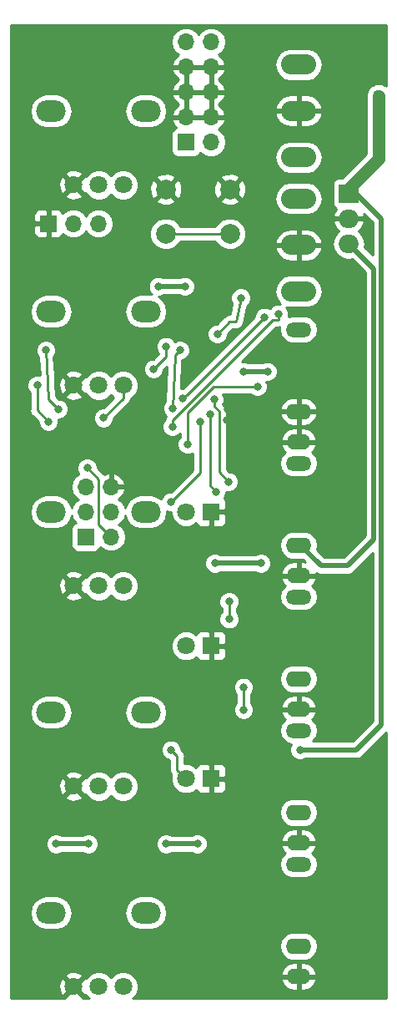
<source format=gbr>
G04 #@! TF.GenerationSoftware,KiCad,Pcbnew,(5.0.0)*
G04 #@! TF.CreationDate,2018-08-19T12:52:33+08:00*
G04 #@! TF.ProjectId,Envelope,456E76656C6F70652E6B696361645F70,rev?*
G04 #@! TF.SameCoordinates,Original*
G04 #@! TF.FileFunction,Copper,L1,Top,Signal*
G04 #@! TF.FilePolarity,Positive*
%FSLAX46Y46*%
G04 Gerber Fmt 4.6, Leading zero omitted, Abs format (unit mm)*
G04 Created by KiCad (PCBNEW (5.0.0)) date 08/19/18 12:52:33*
%MOMM*%
%LPD*%
G01*
G04 APERTURE LIST*
G04 #@! TA.AperFunction,ComponentPad*
%ADD10R,1.700000X1.700000*%
G04 #@! TD*
G04 #@! TA.AperFunction,ComponentPad*
%ADD11O,1.700000X1.700000*%
G04 #@! TD*
G04 #@! TA.AperFunction,ComponentPad*
%ADD12C,2.000000*%
G04 #@! TD*
G04 #@! TA.AperFunction,ComponentPad*
%ADD13R,1.800000X1.800000*%
G04 #@! TD*
G04 #@! TA.AperFunction,ComponentPad*
%ADD14C,1.800000*%
G04 #@! TD*
G04 #@! TA.AperFunction,ComponentPad*
%ADD15O,3.556000X2.032000*%
G04 #@! TD*
G04 #@! TA.AperFunction,WasherPad*
%ADD16O,3.000000X2.200000*%
G04 #@! TD*
G04 #@! TA.AperFunction,ComponentPad*
%ADD17R,2.000000X1.905000*%
G04 #@! TD*
G04 #@! TA.AperFunction,ComponentPad*
%ADD18O,2.000000X1.905000*%
G04 #@! TD*
G04 #@! TA.AperFunction,ComponentPad*
%ADD19O,2.600000X1.600000*%
G04 #@! TD*
G04 #@! TA.AperFunction,ComponentPad*
%ADD20O,2.400000X1.600000*%
G04 #@! TD*
G04 #@! TA.AperFunction,ComponentPad*
%ADD21O,2.600000X1.500000*%
G04 #@! TD*
G04 #@! TA.AperFunction,ViaPad*
%ADD22C,0.800000*%
G04 #@! TD*
G04 #@! TA.AperFunction,ViaPad*
%ADD23C,1.270000*%
G04 #@! TD*
G04 #@! TA.AperFunction,Conductor*
%ADD24C,0.508000*%
G04 #@! TD*
G04 #@! TA.AperFunction,Conductor*
%ADD25C,1.270000*%
G04 #@! TD*
G04 #@! TA.AperFunction,Conductor*
%ADD26C,0.254000*%
G04 #@! TD*
G04 APERTURE END LIST*
D10*
G04 #@! TO.P,J3,1*
G04 #@! TO.N,GND*
X112014000Y-68834000D03*
D11*
G04 #@! TO.P,J3,2*
G04 #@! TO.N,/MCU328/TXD/PD1*
X114554000Y-68834000D03*
G04 #@! TO.P,J3,3*
G04 #@! TO.N,/MCU328/RXD/PD0*
X117094000Y-68834000D03*
G04 #@! TD*
D12*
G04 #@! TO.P,SW3,2*
G04 #@! TO.N,GND*
X130429000Y-65350000D03*
G04 #@! TO.P,SW3,1*
G04 #@! TO.N,Net-(J2-Pad5)*
X130429000Y-69850000D03*
G04 #@! TO.P,SW3,2*
G04 #@! TO.N,GND*
X123929000Y-65350000D03*
G04 #@! TO.P,SW3,1*
G04 #@! TO.N,Net-(J2-Pad5)*
X123929000Y-69850000D03*
G04 #@! TD*
D10*
G04 #@! TO.P,J2,1*
G04 #@! TO.N,Net-(J2-Pad1)*
X115824000Y-100584000D03*
D11*
G04 #@! TO.P,J2,2*
G04 #@! TO.N,+5V*
X118364000Y-100584000D03*
G04 #@! TO.P,J2,3*
G04 #@! TO.N,Net-(J2-Pad3)*
X115824000Y-98044000D03*
G04 #@! TO.P,J2,4*
G04 #@! TO.N,Net-(J2-Pad4)*
X118364000Y-98044000D03*
G04 #@! TO.P,J2,5*
G04 #@! TO.N,Net-(J2-Pad5)*
X115824000Y-95504000D03*
G04 #@! TO.P,J2,6*
G04 #@! TO.N,GND*
X118364000Y-95504000D03*
G04 #@! TD*
D13*
G04 #@! TO.P,D11,1*
G04 #@! TO.N,GND*
X128524000Y-111633000D03*
D14*
G04 #@! TO.P,D11,2*
G04 #@! TO.N,Net-(D11-Pad2)*
X125984000Y-111633000D03*
G04 #@! TD*
G04 #@! TO.P,D12,2*
G04 #@! TO.N,Net-(D12-Pad2)*
X125984000Y-98044000D03*
D13*
G04 #@! TO.P,D12,1*
G04 #@! TO.N,GND*
X128524000Y-98044000D03*
G04 #@! TD*
G04 #@! TO.P,D10,1*
G04 #@! TO.N,GND*
X128524000Y-125095000D03*
D14*
G04 #@! TO.P,D10,2*
G04 #@! TO.N,Net-(D10-Pad2)*
X125984000Y-125095000D03*
G04 #@! TD*
D15*
G04 #@! TO.P,SW1,1*
G04 #@! TO.N,/MCU328/PE0*
X137414000Y-62104000D03*
G04 #@! TO.P,SW1,2*
G04 #@! TO.N,GND*
X137414000Y-57404000D03*
G04 #@! TO.P,SW1,3*
G04 #@! TO.N,/MCU328/PE1*
X137414000Y-52704000D03*
G04 #@! TD*
G04 #@! TO.P,SW2,3*
G04 #@! TO.N,/MCU328/PE3*
X137414000Y-66294000D03*
G04 #@! TO.P,SW2,2*
G04 #@! TO.N,GND*
X137414000Y-70994000D03*
G04 #@! TO.P,SW2,1*
G04 #@! TO.N,/MCU328/PE2*
X137414000Y-75694000D03*
G04 #@! TD*
D10*
G04 #@! TO.P,J1,1*
G04 #@! TO.N,Net-(D8-Pad1)*
X125984000Y-60579000D03*
D11*
G04 #@! TO.P,J1,2*
X128524000Y-60579000D03*
G04 #@! TO.P,J1,3*
G04 #@! TO.N,GND*
X125984000Y-58039000D03*
G04 #@! TO.P,J1,4*
X128524000Y-58039000D03*
G04 #@! TO.P,J1,5*
X125984000Y-55499000D03*
G04 #@! TO.P,J1,6*
X128524000Y-55499000D03*
G04 #@! TO.P,J1,7*
X125984000Y-52959000D03*
G04 #@! TO.P,J1,8*
X128524000Y-52959000D03*
G04 #@! TO.P,J1,9*
G04 #@! TO.N,Net-(D7-Pad2)*
X125984000Y-50419000D03*
G04 #@! TO.P,J1,10*
X128524000Y-50419000D03*
G04 #@! TD*
D16*
G04 #@! TO.P,RV5,*
G04 #@! TO.N,*
X112294000Y-138684000D03*
D14*
G04 #@! TO.P,RV5,1*
G04 #@! TO.N,+5V*
X119594000Y-146184010D03*
G04 #@! TO.P,RV5,2*
G04 #@! TO.N,/MCU328/PC4*
X117134000Y-146184010D03*
G04 #@! TO.P,RV5,3*
G04 #@! TO.N,GND*
X114594000Y-146184010D03*
D16*
G04 #@! TO.P,RV5,*
G04 #@! TO.N,*
X121894000Y-138684000D03*
G04 #@! TD*
G04 #@! TO.P,RV4,*
G04 #@! TO.N,*
X121894000Y-118364000D03*
D14*
G04 #@! TO.P,RV4,3*
G04 #@! TO.N,GND*
X114594000Y-125864010D03*
G04 #@! TO.P,RV4,2*
G04 #@! TO.N,/MCU328/PC3*
X117134000Y-125864010D03*
G04 #@! TO.P,RV4,1*
G04 #@! TO.N,+5V*
X119594000Y-125864010D03*
D16*
G04 #@! TO.P,RV4,*
G04 #@! TO.N,*
X112294000Y-118364000D03*
G04 #@! TD*
G04 #@! TO.P,RV3,*
G04 #@! TO.N,*
X112294000Y-98044000D03*
D14*
G04 #@! TO.P,RV3,1*
G04 #@! TO.N,+5V*
X119594000Y-105544010D03*
G04 #@! TO.P,RV3,2*
G04 #@! TO.N,/MCU328/PC2*
X117134000Y-105544010D03*
G04 #@! TO.P,RV3,3*
G04 #@! TO.N,GND*
X114594000Y-105544010D03*
D16*
G04 #@! TO.P,RV3,*
G04 #@! TO.N,*
X121894000Y-98044000D03*
G04 #@! TD*
G04 #@! TO.P,RV2,*
G04 #@! TO.N,*
X121894000Y-77724000D03*
D14*
G04 #@! TO.P,RV2,3*
G04 #@! TO.N,GND*
X114594000Y-85224010D03*
G04 #@! TO.P,RV2,2*
G04 #@! TO.N,/MCU328/PC1*
X117134000Y-85224010D03*
G04 #@! TO.P,RV2,1*
G04 #@! TO.N,+5V*
X119594000Y-85224010D03*
D16*
G04 #@! TO.P,RV2,*
G04 #@! TO.N,*
X112294000Y-77724000D03*
G04 #@! TD*
G04 #@! TO.P,RV1,*
G04 #@! TO.N,*
X112294000Y-57404000D03*
D14*
G04 #@! TO.P,RV1,1*
G04 #@! TO.N,+5V*
X119594000Y-64904010D03*
G04 #@! TO.P,RV1,2*
G04 #@! TO.N,/MCU328/PC0*
X117134000Y-64904010D03*
G04 #@! TO.P,RV1,3*
G04 #@! TO.N,GND*
X114594000Y-64904010D03*
D16*
G04 #@! TO.P,RV1,*
G04 #@! TO.N,*
X121894000Y-57404000D03*
G04 #@! TD*
D17*
G04 #@! TO.P,U3,1*
G04 #@! TO.N,+12V*
X142494000Y-65786000D03*
D18*
G04 #@! TO.P,U3,2*
G04 #@! TO.N,GND*
X142494000Y-68326000D03*
G04 #@! TO.P,U3,3*
G04 #@! TO.N,+5V*
X142494000Y-70866000D03*
G04 #@! TD*
D19*
G04 #@! TO.P,J-Trig1,TN*
G04 #@! TO.N,+5V*
X137414000Y-114962200D03*
D20*
G04 #@! TO.P,J-Trig1,S*
G04 #@! TO.N,GND*
X137414000Y-118062200D03*
D21*
G04 #@! TO.P,J-Trig1,T*
G04 #@! TO.N,Net-(J-Trig1-PadT)*
X137414000Y-106662200D03*
G04 #@! TD*
G04 #@! TO.P,J-Out1,T*
G04 #@! TO.N,Net-(J-Out1-PadT)*
X137414000Y-120200400D03*
D20*
G04 #@! TO.P,J-Out1,S*
G04 #@! TO.N,GND*
X137414000Y-131600400D03*
D19*
G04 #@! TO.P,J-Out1,TN*
G04 #@! TO.N,Net-(J-Out1-PadTN)*
X137414000Y-128500400D03*
G04 #@! TD*
G04 #@! TO.P,J-Inv1,TN*
G04 #@! TO.N,Net-(J-Inv1-PadTN)*
X137414000Y-142064000D03*
D20*
G04 #@! TO.P,J-Inv1,S*
G04 #@! TO.N,GND*
X137414000Y-145164000D03*
D21*
G04 #@! TO.P,J-Inv1,T*
G04 #@! TO.N,Net-(J-Inv1-PadT)*
X137414000Y-133764000D03*
G04 #@! TD*
G04 #@! TO.P,J-Gate1,T*
G04 #@! TO.N,Net-(J-Gate1-PadT)*
X137414000Y-93124000D03*
D20*
G04 #@! TO.P,J-Gate1,S*
G04 #@! TO.N,GND*
X137414000Y-104524000D03*
D19*
G04 #@! TO.P,J-Gate1,TN*
G04 #@! TO.N,+5V*
X137414000Y-101424000D03*
G04 #@! TD*
G04 #@! TO.P,J-CV1,TN*
G04 #@! TO.N,GND*
X137414000Y-87860400D03*
D20*
G04 #@! TO.P,J-CV1,S*
X137414000Y-90960400D03*
D21*
G04 #@! TO.P,J-CV1,T*
G04 #@! TO.N,Net-(J-CV1-PadT)*
X137414000Y-79560400D03*
G04 #@! TD*
D22*
G04 #@! TO.N,-12V*
X127127000Y-131699000D03*
X116078000Y-131699000D03*
X112776000Y-131699000D03*
X123952000Y-131699000D03*
D23*
G04 #@! TO.N,+12V*
X145542000Y-57404000D03*
X145542000Y-55880000D03*
D22*
X137541000Y-122174000D03*
G04 #@! TO.N,/MCU328/PD3*
X129032000Y-96012000D03*
X128397000Y-88138000D03*
G04 #@! TO.N,/MCU328/PD4*
X130302000Y-94996000D03*
X130355964Y-107134036D03*
X130355964Y-108916010D03*
X128828800Y-86639400D03*
G04 #@! TO.N,/MCU328/PE0*
X129159000Y-80010000D03*
X131546600Y-76352400D03*
G04 #@! TO.N,+5V*
X131826000Y-118110000D03*
X131826000Y-115824000D03*
X134239000Y-83820000D03*
X131807000Y-83820000D03*
X125857000Y-75184000D03*
X123171000Y-75184000D03*
X117602000Y-88519000D03*
X115951000Y-93599000D03*
X128905000Y-103251000D03*
X133604000Y-103251000D03*
G04 #@! TO.N,/MCU328/PD7*
X125349000Y-81661000D03*
X124637800Y-87528400D03*
G04 #@! TO.N,/MCU328/PE2*
X126111000Y-91186000D03*
X133223000Y-85344000D03*
G04 #@! TO.N,/MCU328/PE3*
X135382000Y-77978000D03*
X124587000Y-89408000D03*
G04 #@! TO.N,/MCU328/PC0*
X113030000Y-87630000D03*
X111760000Y-81661000D03*
G04 #@! TO.N,/MCU328/PC5*
X133940742Y-78314742D03*
X125685742Y-86569742D03*
G04 #@! TO.N,/MCU328/PD2*
X124460000Y-97028000D03*
X127381002Y-88900000D03*
G04 #@! TO.N,Net-(D10-Pad2)*
X124460000Y-122174000D03*
G04 #@! TO.N,Net-(J2-Pad5)*
X123952000Y-81280000D03*
X122682000Y-83566000D03*
X112014000Y-88900000D03*
X110871000Y-85217000D03*
G04 #@! TO.N,GND*
X113436400Y-89382600D03*
X113385600Y-91109800D03*
X119024400Y-88569800D03*
X130175000Y-87680800D03*
X130149600Y-88722200D03*
X120802400Y-91795600D03*
X121945400Y-91795600D03*
X127254000Y-81127600D03*
X127254000Y-82194400D03*
X130124200Y-72491600D03*
X130098800Y-74549000D03*
X116916200Y-72974200D03*
X143078200Y-86868000D03*
X134340600Y-125145800D03*
X138150600Y-135890000D03*
X127558800Y-133273800D03*
X127558800Y-134670800D03*
X121920000Y-136347200D03*
X118770400Y-136423400D03*
X141198600Y-54635400D03*
G04 #@! TD*
D24*
G04 #@! TO.N,-12V*
X113214685Y-131699000D02*
X116078000Y-131699000D01*
X112776000Y-131699000D02*
X113214685Y-131699000D01*
X123952000Y-131699000D02*
X127127000Y-131699000D01*
D25*
G04 #@! TO.N,+12V*
X145542000Y-57404000D02*
X145542000Y-55880000D01*
X145542000Y-61468000D02*
X145542000Y-57404000D01*
X145542000Y-62230000D02*
X145542000Y-61468000D01*
X142494000Y-65278000D02*
X145542000Y-62230000D01*
X142494000Y-65786000D02*
X142494000Y-65278000D01*
D24*
X143256000Y-65786000D02*
X142494000Y-65786000D01*
X145796000Y-68326000D02*
X143256000Y-65786000D01*
X137541000Y-122174000D02*
X143256000Y-122174000D01*
X145796000Y-119634000D02*
X145796000Y-68326000D01*
X143256000Y-122174000D02*
X145796000Y-119634000D01*
D26*
G04 #@! TO.N,/MCU328/PD3*
X128397000Y-88703685D02*
X128397000Y-88138000D01*
X128397000Y-95377000D02*
X128397000Y-88703685D01*
X129032000Y-96012000D02*
X128397000Y-95377000D01*
G04 #@! TO.N,/MCU328/PD4*
X130355964Y-108912036D02*
X130355964Y-108916010D01*
X130355964Y-107134036D02*
X130355964Y-108916010D01*
X129330914Y-94024914D02*
X130302000Y-94996000D01*
X129330914Y-87852714D02*
X129330914Y-94024914D01*
X128828800Y-86639400D02*
X128828800Y-87350600D01*
X128828800Y-87350600D02*
X129330914Y-87852714D01*
G04 #@! TO.N,/MCU328/PE0*
X131546600Y-76352400D02*
X131045001Y-78758999D01*
X131045001Y-78758999D02*
X130410001Y-78758999D01*
X130410001Y-78758999D02*
X129159000Y-80010000D01*
G04 #@! TO.N,+5V*
X131826000Y-118110000D02*
X131826000Y-115824000D01*
D24*
X131826000Y-83820000D02*
X131807000Y-83820000D01*
X134239000Y-83820000D02*
X131807000Y-83820000D01*
X125857000Y-75184000D02*
X125291315Y-75184000D01*
X125291315Y-75184000D02*
X123171000Y-75184000D01*
D26*
X119594000Y-86527000D02*
X119594000Y-85224010D01*
X117602000Y-88519000D02*
X119594000Y-86527000D01*
X117094000Y-94742000D02*
X115951000Y-93599000D01*
X117094000Y-99314000D02*
X117094000Y-94742000D01*
X118364000Y-100584000D02*
X117094000Y-99314000D01*
D24*
X137619000Y-101424000D02*
X137414000Y-101424000D01*
X142494000Y-70866000D02*
X145034000Y-73406000D01*
X145034000Y-73406000D02*
X145034000Y-100838000D01*
X145034000Y-100838000D02*
X142367000Y-103505000D01*
X139700000Y-103505000D02*
X137619000Y-101424000D01*
X142367000Y-103505000D02*
X139700000Y-103505000D01*
X128905000Y-103251000D02*
X133604000Y-103251000D01*
D26*
G04 #@! TO.N,/MCU328/PD7*
X124841000Y-82169000D02*
X125349000Y-81661000D01*
X124637800Y-87528400D02*
X124841000Y-82169000D01*
G04 #@! TO.N,/MCU328/PE2*
X126111000Y-88011000D02*
X126111000Y-91186000D01*
X133223000Y-85344000D02*
X128778000Y-85344000D01*
X128778000Y-85344000D02*
X126111000Y-88011000D01*
G04 #@! TO.N,/MCU328/PE3*
X135382000Y-78543685D02*
X135382000Y-77978000D01*
X124587000Y-88773000D02*
X134816315Y-78543685D01*
X124587000Y-89408000D02*
X124587000Y-88773000D01*
X134816315Y-78543685D02*
X135382000Y-78543685D01*
G04 #@! TO.N,/MCU328/PC0*
X112014000Y-86614000D02*
X113030000Y-87630000D01*
X111760000Y-81661000D02*
X112014000Y-86614000D01*
G04 #@! TO.N,/MCU328/PC5*
X126085741Y-86169743D02*
X133940742Y-78314742D01*
X125685742Y-86569742D02*
X126085741Y-86169743D01*
G04 #@! TO.N,/MCU328/PD2*
X127381002Y-94106998D02*
X127381002Y-89465685D01*
X127381002Y-89465685D02*
X127381002Y-88900000D01*
X124460000Y-97028000D02*
X127381002Y-94106998D01*
G04 #@! TO.N,Net-(D10-Pad2)*
X125084001Y-124195001D02*
X125084001Y-122798001D01*
X125984000Y-125095000D02*
X125084001Y-124195001D01*
X125084001Y-122798001D02*
X124460000Y-122174000D01*
G04 #@! TO.N,Net-(J2-Pad5)*
X123952000Y-82296000D02*
X123952000Y-81280000D01*
X122682000Y-83566000D02*
X123952000Y-82296000D01*
X110871000Y-87757000D02*
X112014000Y-88900000D01*
X110871000Y-85217000D02*
X110871000Y-87757000D01*
X123929000Y-69850000D02*
X130429000Y-69850000D01*
G04 #@! TD*
G04 #@! TO.N,GND*
G36*
X146319000Y-54860949D02*
X146261397Y-54803346D01*
X146143566Y-54754539D01*
X146037529Y-54683687D01*
X145912450Y-54658807D01*
X145794619Y-54610000D01*
X145667080Y-54610000D01*
X145542000Y-54585120D01*
X145416920Y-54610000D01*
X145289381Y-54610000D01*
X145171550Y-54658807D01*
X145046472Y-54683687D01*
X144940437Y-54754538D01*
X144822603Y-54803346D01*
X144732416Y-54893533D01*
X144626383Y-54964382D01*
X144555534Y-55070415D01*
X144465346Y-55160603D01*
X144416537Y-55278438D01*
X144345688Y-55384471D01*
X144320808Y-55509547D01*
X144272000Y-55627381D01*
X144272000Y-57656619D01*
X144272001Y-57656621D01*
X144272000Y-61342920D01*
X144272000Y-61703949D01*
X141789890Y-64186060D01*
X141494000Y-64186060D01*
X141246235Y-64235343D01*
X141036191Y-64375691D01*
X140895843Y-64585735D01*
X140846560Y-64833500D01*
X140846560Y-66738500D01*
X140895843Y-66986265D01*
X141036191Y-67196309D01*
X141241143Y-67333255D01*
X141118027Y-67459076D01*
X140903437Y-67953020D01*
X141023406Y-68199000D01*
X142367000Y-68199000D01*
X142367000Y-68179000D01*
X142621000Y-68179000D01*
X142621000Y-68199000D01*
X143964594Y-68199000D01*
X144084563Y-67953020D01*
X144022172Y-67809407D01*
X144907001Y-68694237D01*
X144907001Y-72021765D01*
X144092265Y-71207029D01*
X144160100Y-70866000D01*
X144036891Y-70246589D01*
X143686023Y-69721477D01*
X143484526Y-69586841D01*
X143869973Y-69192924D01*
X144084563Y-68698980D01*
X143964594Y-68453000D01*
X142621000Y-68453000D01*
X142621000Y-68473000D01*
X142367000Y-68473000D01*
X142367000Y-68453000D01*
X141023406Y-68453000D01*
X140903437Y-68698980D01*
X141118027Y-69192924D01*
X141503474Y-69586841D01*
X141301977Y-69721477D01*
X140951109Y-70246589D01*
X140827900Y-70866000D01*
X140951109Y-71485411D01*
X141301977Y-72010523D01*
X141827089Y-72361391D01*
X142290150Y-72453500D01*
X142697850Y-72453500D01*
X142803291Y-72432526D01*
X144145000Y-73774236D01*
X144145001Y-100469763D01*
X141998765Y-102616000D01*
X140068236Y-102616000D01*
X139294012Y-101841776D01*
X139377113Y-101424000D01*
X139265740Y-100864091D01*
X138948577Y-100389423D01*
X138473909Y-100072260D01*
X138055333Y-99989000D01*
X136772667Y-99989000D01*
X136354091Y-100072260D01*
X135879423Y-100389423D01*
X135562260Y-100864091D01*
X135450887Y-101424000D01*
X135562260Y-101983909D01*
X135879423Y-102458577D01*
X136354091Y-102775740D01*
X136772667Y-102859000D01*
X137796765Y-102859000D01*
X138062233Y-103124469D01*
X137941000Y-103089000D01*
X137541000Y-103089000D01*
X137541000Y-104397000D01*
X139083915Y-104397000D01*
X139178140Y-104225495D01*
X139353130Y-104342419D01*
X139612444Y-104394000D01*
X139612448Y-104394000D01*
X139699999Y-104411415D01*
X139787550Y-104394000D01*
X142279445Y-104394000D01*
X142367000Y-104411416D01*
X142454555Y-104394000D01*
X142454556Y-104394000D01*
X142713870Y-104342419D01*
X143007933Y-104145933D01*
X143057531Y-104071704D01*
X144907000Y-102222235D01*
X144907000Y-119265764D01*
X142887765Y-121285000D01*
X138833715Y-121285000D01*
X138962529Y-121198929D01*
X139268641Y-120740800D01*
X139376133Y-120200400D01*
X139268641Y-119660000D01*
X138962529Y-119201871D01*
X138792615Y-119088338D01*
X138918500Y-118987096D01*
X139188367Y-118494019D01*
X139205904Y-118411239D01*
X139083915Y-118189200D01*
X137541000Y-118189200D01*
X137541000Y-118209200D01*
X137287000Y-118209200D01*
X137287000Y-118189200D01*
X135744085Y-118189200D01*
X135622096Y-118411239D01*
X135639633Y-118494019D01*
X135909500Y-118987096D01*
X136035385Y-119088338D01*
X135865471Y-119201871D01*
X135559359Y-119660000D01*
X135451867Y-120200400D01*
X135559359Y-120740800D01*
X135865471Y-121198929D01*
X136323600Y-121505041D01*
X136676126Y-121575163D01*
X136663569Y-121587720D01*
X136506000Y-121968126D01*
X136506000Y-122379874D01*
X136663569Y-122760280D01*
X136954720Y-123051431D01*
X137335126Y-123209000D01*
X137746874Y-123209000D01*
X138099350Y-123063000D01*
X143168445Y-123063000D01*
X143256000Y-123080416D01*
X143343555Y-123063000D01*
X143343556Y-123063000D01*
X143602870Y-123011419D01*
X143896933Y-122814933D01*
X143946531Y-122740704D01*
X146319001Y-120368235D01*
X146319001Y-147359000D01*
X120589827Y-147359000D01*
X120895310Y-147053517D01*
X121129000Y-146489340D01*
X121129000Y-145878680D01*
X120977547Y-145513039D01*
X135622096Y-145513039D01*
X135639633Y-145595819D01*
X135909500Y-146088896D01*
X136347517Y-146441166D01*
X136887000Y-146599000D01*
X137287000Y-146599000D01*
X137287000Y-145291000D01*
X137541000Y-145291000D01*
X137541000Y-146599000D01*
X137941000Y-146599000D01*
X138480483Y-146441166D01*
X138918500Y-146088896D01*
X139188367Y-145595819D01*
X139205904Y-145513039D01*
X139083915Y-145291000D01*
X137541000Y-145291000D01*
X137287000Y-145291000D01*
X135744085Y-145291000D01*
X135622096Y-145513039D01*
X120977547Y-145513039D01*
X120895310Y-145314503D01*
X120463507Y-144882700D01*
X120299971Y-144814961D01*
X135622096Y-144814961D01*
X135744085Y-145037000D01*
X137287000Y-145037000D01*
X137287000Y-143729000D01*
X137541000Y-143729000D01*
X137541000Y-145037000D01*
X139083915Y-145037000D01*
X139205904Y-144814961D01*
X139188367Y-144732181D01*
X138918500Y-144239104D01*
X138480483Y-143886834D01*
X137941000Y-143729000D01*
X137541000Y-143729000D01*
X137287000Y-143729000D01*
X136887000Y-143729000D01*
X136347517Y-143886834D01*
X135909500Y-144239104D01*
X135639633Y-144732181D01*
X135622096Y-144814961D01*
X120299971Y-144814961D01*
X119899330Y-144649010D01*
X119288670Y-144649010D01*
X118724493Y-144882700D01*
X118364000Y-145243193D01*
X118003507Y-144882700D01*
X117439330Y-144649010D01*
X116828670Y-144649010D01*
X116264493Y-144882700D01*
X115832690Y-145314503D01*
X115824562Y-145334125D01*
X115674159Y-145283456D01*
X114773605Y-146184010D01*
X115674159Y-147084564D01*
X115824562Y-147033895D01*
X115832690Y-147053517D01*
X116138173Y-147359000D01*
X115462607Y-147359000D01*
X115494554Y-147264169D01*
X114594000Y-146363615D01*
X113693446Y-147264169D01*
X113725393Y-147359000D01*
X108189000Y-147359000D01*
X108189000Y-145943346D01*
X113047542Y-145943346D01*
X113073161Y-146553470D01*
X113257357Y-146998158D01*
X113513841Y-147084564D01*
X114414395Y-146184010D01*
X113513841Y-145283456D01*
X113257357Y-145369862D01*
X113047542Y-145943346D01*
X108189000Y-145943346D01*
X108189000Y-145103851D01*
X113693446Y-145103851D01*
X114594000Y-146004405D01*
X115494554Y-145103851D01*
X115408148Y-144847367D01*
X114834664Y-144637552D01*
X114224540Y-144663171D01*
X113779852Y-144847367D01*
X113693446Y-145103851D01*
X108189000Y-145103851D01*
X108189000Y-142064000D01*
X135450887Y-142064000D01*
X135562260Y-142623909D01*
X135879423Y-143098577D01*
X136354091Y-143415740D01*
X136772667Y-143499000D01*
X138055333Y-143499000D01*
X138473909Y-143415740D01*
X138948577Y-143098577D01*
X139265740Y-142623909D01*
X139377113Y-142064000D01*
X139265740Y-141504091D01*
X138948577Y-141029423D01*
X138473909Y-140712260D01*
X138055333Y-140629000D01*
X136772667Y-140629000D01*
X136354091Y-140712260D01*
X135879423Y-141029423D01*
X135562260Y-141504091D01*
X135450887Y-142064000D01*
X108189000Y-142064000D01*
X108189000Y-138684000D01*
X110125010Y-138684000D01*
X110259666Y-139360963D01*
X110643135Y-139934865D01*
X111217037Y-140318334D01*
X111723120Y-140419000D01*
X112864880Y-140419000D01*
X113370963Y-140318334D01*
X113944865Y-139934865D01*
X114328334Y-139360963D01*
X114462990Y-138684000D01*
X119725010Y-138684000D01*
X119859666Y-139360963D01*
X120243135Y-139934865D01*
X120817037Y-140318334D01*
X121323120Y-140419000D01*
X122464880Y-140419000D01*
X122970963Y-140318334D01*
X123544865Y-139934865D01*
X123928334Y-139360963D01*
X124062990Y-138684000D01*
X123928334Y-138007037D01*
X123544865Y-137433135D01*
X122970963Y-137049666D01*
X122464880Y-136949000D01*
X121323120Y-136949000D01*
X120817037Y-137049666D01*
X120243135Y-137433135D01*
X119859666Y-138007037D01*
X119725010Y-138684000D01*
X114462990Y-138684000D01*
X114328334Y-138007037D01*
X113944865Y-137433135D01*
X113370963Y-137049666D01*
X112864880Y-136949000D01*
X111723120Y-136949000D01*
X111217037Y-137049666D01*
X110643135Y-137433135D01*
X110259666Y-138007037D01*
X110125010Y-138684000D01*
X108189000Y-138684000D01*
X108189000Y-133764000D01*
X135451867Y-133764000D01*
X135559359Y-134304400D01*
X135865471Y-134762529D01*
X136323600Y-135068641D01*
X136727593Y-135149000D01*
X138100407Y-135149000D01*
X138504400Y-135068641D01*
X138962529Y-134762529D01*
X139268641Y-134304400D01*
X139376133Y-133764000D01*
X139268641Y-133223600D01*
X138962529Y-132765471D01*
X138775364Y-132640411D01*
X138918500Y-132525296D01*
X139188367Y-132032219D01*
X139205904Y-131949439D01*
X139083915Y-131727400D01*
X137541000Y-131727400D01*
X137541000Y-131747400D01*
X137287000Y-131747400D01*
X137287000Y-131727400D01*
X135744085Y-131727400D01*
X135622096Y-131949439D01*
X135639633Y-132032219D01*
X135909500Y-132525296D01*
X136052636Y-132640411D01*
X135865471Y-132765471D01*
X135559359Y-133223600D01*
X135451867Y-133764000D01*
X108189000Y-133764000D01*
X108189000Y-131493126D01*
X111741000Y-131493126D01*
X111741000Y-131904874D01*
X111898569Y-132285280D01*
X112189720Y-132576431D01*
X112570126Y-132734000D01*
X112981874Y-132734000D01*
X113334350Y-132588000D01*
X115519650Y-132588000D01*
X115872126Y-132734000D01*
X116283874Y-132734000D01*
X116664280Y-132576431D01*
X116955431Y-132285280D01*
X117113000Y-131904874D01*
X117113000Y-131493126D01*
X122917000Y-131493126D01*
X122917000Y-131904874D01*
X123074569Y-132285280D01*
X123365720Y-132576431D01*
X123746126Y-132734000D01*
X124157874Y-132734000D01*
X124510350Y-132588000D01*
X126568650Y-132588000D01*
X126921126Y-132734000D01*
X127332874Y-132734000D01*
X127713280Y-132576431D01*
X128004431Y-132285280D01*
X128162000Y-131904874D01*
X128162000Y-131493126D01*
X128061858Y-131251361D01*
X135622096Y-131251361D01*
X135744085Y-131473400D01*
X137287000Y-131473400D01*
X137287000Y-130165400D01*
X137541000Y-130165400D01*
X137541000Y-131473400D01*
X139083915Y-131473400D01*
X139205904Y-131251361D01*
X139188367Y-131168581D01*
X138918500Y-130675504D01*
X138480483Y-130323234D01*
X137941000Y-130165400D01*
X137541000Y-130165400D01*
X137287000Y-130165400D01*
X136887000Y-130165400D01*
X136347517Y-130323234D01*
X135909500Y-130675504D01*
X135639633Y-131168581D01*
X135622096Y-131251361D01*
X128061858Y-131251361D01*
X128004431Y-131112720D01*
X127713280Y-130821569D01*
X127332874Y-130664000D01*
X126921126Y-130664000D01*
X126568650Y-130810000D01*
X124510350Y-130810000D01*
X124157874Y-130664000D01*
X123746126Y-130664000D01*
X123365720Y-130821569D01*
X123074569Y-131112720D01*
X122917000Y-131493126D01*
X117113000Y-131493126D01*
X116955431Y-131112720D01*
X116664280Y-130821569D01*
X116283874Y-130664000D01*
X115872126Y-130664000D01*
X115519650Y-130810000D01*
X113334350Y-130810000D01*
X112981874Y-130664000D01*
X112570126Y-130664000D01*
X112189720Y-130821569D01*
X111898569Y-131112720D01*
X111741000Y-131493126D01*
X108189000Y-131493126D01*
X108189000Y-128500400D01*
X135450887Y-128500400D01*
X135562260Y-129060309D01*
X135879423Y-129534977D01*
X136354091Y-129852140D01*
X136772667Y-129935400D01*
X138055333Y-129935400D01*
X138473909Y-129852140D01*
X138948577Y-129534977D01*
X139265740Y-129060309D01*
X139377113Y-128500400D01*
X139265740Y-127940491D01*
X138948577Y-127465823D01*
X138473909Y-127148660D01*
X138055333Y-127065400D01*
X136772667Y-127065400D01*
X136354091Y-127148660D01*
X135879423Y-127465823D01*
X135562260Y-127940491D01*
X135450887Y-128500400D01*
X108189000Y-128500400D01*
X108189000Y-126944169D01*
X113693446Y-126944169D01*
X113779852Y-127200653D01*
X114353336Y-127410468D01*
X114963460Y-127384849D01*
X115408148Y-127200653D01*
X115494554Y-126944169D01*
X114594000Y-126043615D01*
X113693446Y-126944169D01*
X108189000Y-126944169D01*
X108189000Y-125623346D01*
X113047542Y-125623346D01*
X113073161Y-126233470D01*
X113257357Y-126678158D01*
X113513841Y-126764564D01*
X114414395Y-125864010D01*
X114773605Y-125864010D01*
X115674159Y-126764564D01*
X115824562Y-126713895D01*
X115832690Y-126733517D01*
X116264493Y-127165320D01*
X116828670Y-127399010D01*
X117439330Y-127399010D01*
X118003507Y-127165320D01*
X118364000Y-126804827D01*
X118724493Y-127165320D01*
X119288670Y-127399010D01*
X119899330Y-127399010D01*
X120463507Y-127165320D01*
X120895310Y-126733517D01*
X121129000Y-126169340D01*
X121129000Y-125558680D01*
X120895310Y-124994503D01*
X120463507Y-124562700D01*
X119899330Y-124329010D01*
X119288670Y-124329010D01*
X118724493Y-124562700D01*
X118364000Y-124923193D01*
X118003507Y-124562700D01*
X117439330Y-124329010D01*
X116828670Y-124329010D01*
X116264493Y-124562700D01*
X115832690Y-124994503D01*
X115824562Y-125014125D01*
X115674159Y-124963456D01*
X114773605Y-125864010D01*
X114414395Y-125864010D01*
X113513841Y-124963456D01*
X113257357Y-125049862D01*
X113047542Y-125623346D01*
X108189000Y-125623346D01*
X108189000Y-124783851D01*
X113693446Y-124783851D01*
X114594000Y-125684405D01*
X115494554Y-124783851D01*
X115408148Y-124527367D01*
X114834664Y-124317552D01*
X114224540Y-124343171D01*
X113779852Y-124527367D01*
X113693446Y-124783851D01*
X108189000Y-124783851D01*
X108189000Y-121968126D01*
X123425000Y-121968126D01*
X123425000Y-122379874D01*
X123582569Y-122760280D01*
X123873720Y-123051431D01*
X124254126Y-123209000D01*
X124322002Y-123209000D01*
X124322001Y-124119957D01*
X124307074Y-124195001D01*
X124322001Y-124270044D01*
X124322001Y-124270048D01*
X124366213Y-124492317D01*
X124493352Y-124682595D01*
X124449000Y-124789670D01*
X124449000Y-125400330D01*
X124682690Y-125964507D01*
X125114493Y-126396310D01*
X125678670Y-126630000D01*
X126289330Y-126630000D01*
X126853507Y-126396310D01*
X127029861Y-126219956D01*
X127085673Y-126354699D01*
X127264302Y-126533327D01*
X127497691Y-126630000D01*
X128238250Y-126630000D01*
X128397000Y-126471250D01*
X128397000Y-125222000D01*
X128651000Y-125222000D01*
X128651000Y-126471250D01*
X128809750Y-126630000D01*
X129550309Y-126630000D01*
X129783698Y-126533327D01*
X129962327Y-126354699D01*
X130059000Y-126121310D01*
X130059000Y-125380750D01*
X129900250Y-125222000D01*
X128651000Y-125222000D01*
X128397000Y-125222000D01*
X128377000Y-125222000D01*
X128377000Y-124968000D01*
X128397000Y-124968000D01*
X128397000Y-123718750D01*
X128651000Y-123718750D01*
X128651000Y-124968000D01*
X129900250Y-124968000D01*
X130059000Y-124809250D01*
X130059000Y-124068690D01*
X129962327Y-123835301D01*
X129783698Y-123656673D01*
X129550309Y-123560000D01*
X128809750Y-123560000D01*
X128651000Y-123718750D01*
X128397000Y-123718750D01*
X128238250Y-123560000D01*
X127497691Y-123560000D01*
X127264302Y-123656673D01*
X127085673Y-123835301D01*
X127029861Y-123970044D01*
X126853507Y-123793690D01*
X126289330Y-123560000D01*
X125846001Y-123560000D01*
X125846001Y-122873048D01*
X125860929Y-122798001D01*
X125846001Y-122722953D01*
X125801789Y-122500684D01*
X125633372Y-122248630D01*
X125569750Y-122206119D01*
X125495000Y-122131369D01*
X125495000Y-121968126D01*
X125337431Y-121587720D01*
X125046280Y-121296569D01*
X124665874Y-121139000D01*
X124254126Y-121139000D01*
X123873720Y-121296569D01*
X123582569Y-121587720D01*
X123425000Y-121968126D01*
X108189000Y-121968126D01*
X108189000Y-118364000D01*
X110125010Y-118364000D01*
X110259666Y-119040963D01*
X110643135Y-119614865D01*
X111217037Y-119998334D01*
X111723120Y-120099000D01*
X112864880Y-120099000D01*
X113370963Y-119998334D01*
X113944865Y-119614865D01*
X114328334Y-119040963D01*
X114462990Y-118364000D01*
X119725010Y-118364000D01*
X119859666Y-119040963D01*
X120243135Y-119614865D01*
X120817037Y-119998334D01*
X121323120Y-120099000D01*
X122464880Y-120099000D01*
X122970963Y-119998334D01*
X123544865Y-119614865D01*
X123928334Y-119040963D01*
X124062990Y-118364000D01*
X123928334Y-117687037D01*
X123544865Y-117113135D01*
X122970963Y-116729666D01*
X122464880Y-116629000D01*
X121323120Y-116629000D01*
X120817037Y-116729666D01*
X120243135Y-117113135D01*
X119859666Y-117687037D01*
X119725010Y-118364000D01*
X114462990Y-118364000D01*
X114328334Y-117687037D01*
X113944865Y-117113135D01*
X113370963Y-116729666D01*
X112864880Y-116629000D01*
X111723120Y-116629000D01*
X111217037Y-116729666D01*
X110643135Y-117113135D01*
X110259666Y-117687037D01*
X110125010Y-118364000D01*
X108189000Y-118364000D01*
X108189000Y-115618126D01*
X130791000Y-115618126D01*
X130791000Y-116029874D01*
X130948569Y-116410280D01*
X131064001Y-116525712D01*
X131064000Y-117408289D01*
X130948569Y-117523720D01*
X130791000Y-117904126D01*
X130791000Y-118315874D01*
X130948569Y-118696280D01*
X131239720Y-118987431D01*
X131620126Y-119145000D01*
X132031874Y-119145000D01*
X132412280Y-118987431D01*
X132703431Y-118696280D01*
X132861000Y-118315874D01*
X132861000Y-117904126D01*
X132781900Y-117713161D01*
X135622096Y-117713161D01*
X135744085Y-117935200D01*
X137287000Y-117935200D01*
X137287000Y-116627200D01*
X137541000Y-116627200D01*
X137541000Y-117935200D01*
X139083915Y-117935200D01*
X139205904Y-117713161D01*
X139188367Y-117630381D01*
X138918500Y-117137304D01*
X138480483Y-116785034D01*
X137941000Y-116627200D01*
X137541000Y-116627200D01*
X137287000Y-116627200D01*
X136887000Y-116627200D01*
X136347517Y-116785034D01*
X135909500Y-117137304D01*
X135639633Y-117630381D01*
X135622096Y-117713161D01*
X132781900Y-117713161D01*
X132703431Y-117523720D01*
X132588000Y-117408289D01*
X132588000Y-116525711D01*
X132703431Y-116410280D01*
X132861000Y-116029874D01*
X132861000Y-115618126D01*
X132703431Y-115237720D01*
X132427911Y-114962200D01*
X135450887Y-114962200D01*
X135562260Y-115522109D01*
X135879423Y-115996777D01*
X136354091Y-116313940D01*
X136772667Y-116397200D01*
X138055333Y-116397200D01*
X138473909Y-116313940D01*
X138948577Y-115996777D01*
X139265740Y-115522109D01*
X139377113Y-114962200D01*
X139265740Y-114402291D01*
X138948577Y-113927623D01*
X138473909Y-113610460D01*
X138055333Y-113527200D01*
X136772667Y-113527200D01*
X136354091Y-113610460D01*
X135879423Y-113927623D01*
X135562260Y-114402291D01*
X135450887Y-114962200D01*
X132427911Y-114962200D01*
X132412280Y-114946569D01*
X132031874Y-114789000D01*
X131620126Y-114789000D01*
X131239720Y-114946569D01*
X130948569Y-115237720D01*
X130791000Y-115618126D01*
X108189000Y-115618126D01*
X108189000Y-111327670D01*
X124449000Y-111327670D01*
X124449000Y-111938330D01*
X124682690Y-112502507D01*
X125114493Y-112934310D01*
X125678670Y-113168000D01*
X126289330Y-113168000D01*
X126853507Y-112934310D01*
X127029861Y-112757956D01*
X127085673Y-112892699D01*
X127264302Y-113071327D01*
X127497691Y-113168000D01*
X128238250Y-113168000D01*
X128397000Y-113009250D01*
X128397000Y-111760000D01*
X128651000Y-111760000D01*
X128651000Y-113009250D01*
X128809750Y-113168000D01*
X129550309Y-113168000D01*
X129783698Y-113071327D01*
X129962327Y-112892699D01*
X130059000Y-112659310D01*
X130059000Y-111918750D01*
X129900250Y-111760000D01*
X128651000Y-111760000D01*
X128397000Y-111760000D01*
X128377000Y-111760000D01*
X128377000Y-111506000D01*
X128397000Y-111506000D01*
X128397000Y-110256750D01*
X128651000Y-110256750D01*
X128651000Y-111506000D01*
X129900250Y-111506000D01*
X130059000Y-111347250D01*
X130059000Y-110606690D01*
X129962327Y-110373301D01*
X129783698Y-110194673D01*
X129550309Y-110098000D01*
X128809750Y-110098000D01*
X128651000Y-110256750D01*
X128397000Y-110256750D01*
X128238250Y-110098000D01*
X127497691Y-110098000D01*
X127264302Y-110194673D01*
X127085673Y-110373301D01*
X127029861Y-110508044D01*
X126853507Y-110331690D01*
X126289330Y-110098000D01*
X125678670Y-110098000D01*
X125114493Y-110331690D01*
X124682690Y-110763493D01*
X124449000Y-111327670D01*
X108189000Y-111327670D01*
X108189000Y-106624169D01*
X113693446Y-106624169D01*
X113779852Y-106880653D01*
X114353336Y-107090468D01*
X114963460Y-107064849D01*
X115408148Y-106880653D01*
X115494554Y-106624169D01*
X114594000Y-105723615D01*
X113693446Y-106624169D01*
X108189000Y-106624169D01*
X108189000Y-105303346D01*
X113047542Y-105303346D01*
X113073161Y-105913470D01*
X113257357Y-106358158D01*
X113513841Y-106444564D01*
X114414395Y-105544010D01*
X114773605Y-105544010D01*
X115674159Y-106444564D01*
X115824562Y-106393895D01*
X115832690Y-106413517D01*
X116264493Y-106845320D01*
X116828670Y-107079010D01*
X117439330Y-107079010D01*
X118003507Y-106845320D01*
X118364000Y-106484827D01*
X118724493Y-106845320D01*
X119288670Y-107079010D01*
X119899330Y-107079010D01*
X120263508Y-106928162D01*
X129320964Y-106928162D01*
X129320964Y-107339910D01*
X129478533Y-107720316D01*
X129593964Y-107835747D01*
X129593965Y-108214298D01*
X129478533Y-108329730D01*
X129320964Y-108710136D01*
X129320964Y-109121884D01*
X129478533Y-109502290D01*
X129769684Y-109793441D01*
X130150090Y-109951010D01*
X130561838Y-109951010D01*
X130942244Y-109793441D01*
X131233395Y-109502290D01*
X131390964Y-109121884D01*
X131390964Y-108710136D01*
X131233395Y-108329730D01*
X131117964Y-108214299D01*
X131117964Y-107835747D01*
X131233395Y-107720316D01*
X131390964Y-107339910D01*
X131390964Y-106928162D01*
X131280800Y-106662200D01*
X135451867Y-106662200D01*
X135559359Y-107202600D01*
X135865471Y-107660729D01*
X136323600Y-107966841D01*
X136727593Y-108047200D01*
X138100407Y-108047200D01*
X138504400Y-107966841D01*
X138962529Y-107660729D01*
X139268641Y-107202600D01*
X139376133Y-106662200D01*
X139268641Y-106121800D01*
X138962529Y-105663671D01*
X138792615Y-105550138D01*
X138918500Y-105448896D01*
X139188367Y-104955819D01*
X139205904Y-104873039D01*
X139083915Y-104651000D01*
X137541000Y-104651000D01*
X137541000Y-104671000D01*
X137287000Y-104671000D01*
X137287000Y-104651000D01*
X135744085Y-104651000D01*
X135622096Y-104873039D01*
X135639633Y-104955819D01*
X135909500Y-105448896D01*
X136035385Y-105550138D01*
X135865471Y-105663671D01*
X135559359Y-106121800D01*
X135451867Y-106662200D01*
X131280800Y-106662200D01*
X131233395Y-106547756D01*
X130942244Y-106256605D01*
X130561838Y-106099036D01*
X130150090Y-106099036D01*
X129769684Y-106256605D01*
X129478533Y-106547756D01*
X129320964Y-106928162D01*
X120263508Y-106928162D01*
X120463507Y-106845320D01*
X120895310Y-106413517D01*
X121129000Y-105849340D01*
X121129000Y-105238680D01*
X120895310Y-104674503D01*
X120463507Y-104242700D01*
X119899330Y-104009010D01*
X119288670Y-104009010D01*
X118724493Y-104242700D01*
X118364000Y-104603193D01*
X118003507Y-104242700D01*
X117439330Y-104009010D01*
X116828670Y-104009010D01*
X116264493Y-104242700D01*
X115832690Y-104674503D01*
X115824562Y-104694125D01*
X115674159Y-104643456D01*
X114773605Y-105544010D01*
X114414395Y-105544010D01*
X113513841Y-104643456D01*
X113257357Y-104729862D01*
X113047542Y-105303346D01*
X108189000Y-105303346D01*
X108189000Y-104463851D01*
X113693446Y-104463851D01*
X114594000Y-105364405D01*
X115494554Y-104463851D01*
X115408148Y-104207367D01*
X114834664Y-103997552D01*
X114224540Y-104023171D01*
X113779852Y-104207367D01*
X113693446Y-104463851D01*
X108189000Y-104463851D01*
X108189000Y-103045126D01*
X127870000Y-103045126D01*
X127870000Y-103456874D01*
X128027569Y-103837280D01*
X128318720Y-104128431D01*
X128699126Y-104286000D01*
X129110874Y-104286000D01*
X129463350Y-104140000D01*
X133045650Y-104140000D01*
X133398126Y-104286000D01*
X133809874Y-104286000D01*
X134077946Y-104174961D01*
X135622096Y-104174961D01*
X135744085Y-104397000D01*
X137287000Y-104397000D01*
X137287000Y-103089000D01*
X136887000Y-103089000D01*
X136347517Y-103246834D01*
X135909500Y-103599104D01*
X135639633Y-104092181D01*
X135622096Y-104174961D01*
X134077946Y-104174961D01*
X134190280Y-104128431D01*
X134481431Y-103837280D01*
X134639000Y-103456874D01*
X134639000Y-103045126D01*
X134481431Y-102664720D01*
X134190280Y-102373569D01*
X133809874Y-102216000D01*
X133398126Y-102216000D01*
X133045650Y-102362000D01*
X129463350Y-102362000D01*
X129110874Y-102216000D01*
X128699126Y-102216000D01*
X128318720Y-102373569D01*
X128027569Y-102664720D01*
X127870000Y-103045126D01*
X108189000Y-103045126D01*
X108189000Y-98044000D01*
X110125010Y-98044000D01*
X110259666Y-98720963D01*
X110643135Y-99294865D01*
X111217037Y-99678334D01*
X111723120Y-99779000D01*
X112864880Y-99779000D01*
X113370963Y-99678334D01*
X113944865Y-99294865D01*
X114328334Y-98720963D01*
X114386449Y-98428799D01*
X114425161Y-98623418D01*
X114753375Y-99114625D01*
X114771619Y-99126816D01*
X114726235Y-99135843D01*
X114516191Y-99276191D01*
X114375843Y-99486235D01*
X114326560Y-99734000D01*
X114326560Y-101434000D01*
X114375843Y-101681765D01*
X114516191Y-101891809D01*
X114726235Y-102032157D01*
X114974000Y-102081440D01*
X116674000Y-102081440D01*
X116921765Y-102032157D01*
X117131809Y-101891809D01*
X117272157Y-101681765D01*
X117281184Y-101636381D01*
X117293375Y-101654625D01*
X117784582Y-101982839D01*
X118217744Y-102069000D01*
X118510256Y-102069000D01*
X118943418Y-101982839D01*
X119434625Y-101654625D01*
X119762839Y-101163418D01*
X119878092Y-100584000D01*
X119762839Y-100004582D01*
X119434625Y-99513375D01*
X119136239Y-99314000D01*
X119434625Y-99114625D01*
X119762839Y-98623418D01*
X119801551Y-98428799D01*
X119859666Y-98720963D01*
X120243135Y-99294865D01*
X120817037Y-99678334D01*
X121323120Y-99779000D01*
X122464880Y-99779000D01*
X122970963Y-99678334D01*
X123544865Y-99294865D01*
X123928334Y-98720963D01*
X124062990Y-98044000D01*
X124049947Y-97978426D01*
X124254126Y-98063000D01*
X124449000Y-98063000D01*
X124449000Y-98349330D01*
X124682690Y-98913507D01*
X125114493Y-99345310D01*
X125678670Y-99579000D01*
X126289330Y-99579000D01*
X126853507Y-99345310D01*
X127029861Y-99168956D01*
X127085673Y-99303699D01*
X127264302Y-99482327D01*
X127497691Y-99579000D01*
X128238250Y-99579000D01*
X128397000Y-99420250D01*
X128397000Y-98171000D01*
X128651000Y-98171000D01*
X128651000Y-99420250D01*
X128809750Y-99579000D01*
X129550309Y-99579000D01*
X129783698Y-99482327D01*
X129962327Y-99303699D01*
X130059000Y-99070310D01*
X130059000Y-98329750D01*
X129900250Y-98171000D01*
X128651000Y-98171000D01*
X128397000Y-98171000D01*
X128377000Y-98171000D01*
X128377000Y-97917000D01*
X128397000Y-97917000D01*
X128397000Y-97897000D01*
X128651000Y-97897000D01*
X128651000Y-97917000D01*
X129900250Y-97917000D01*
X130059000Y-97758250D01*
X130059000Y-97017690D01*
X129962327Y-96784301D01*
X129842868Y-96664843D01*
X129909431Y-96598280D01*
X130067000Y-96217874D01*
X130067000Y-96018936D01*
X130096126Y-96031000D01*
X130507874Y-96031000D01*
X130888280Y-95873431D01*
X131179431Y-95582280D01*
X131337000Y-95201874D01*
X131337000Y-94790126D01*
X131179431Y-94409720D01*
X130888280Y-94118569D01*
X130507874Y-93961000D01*
X130344630Y-93961000D01*
X130092914Y-93709284D01*
X130092914Y-93124000D01*
X135451867Y-93124000D01*
X135559359Y-93664400D01*
X135865471Y-94122529D01*
X136323600Y-94428641D01*
X136727593Y-94509000D01*
X138100407Y-94509000D01*
X138504400Y-94428641D01*
X138962529Y-94122529D01*
X139268641Y-93664400D01*
X139376133Y-93124000D01*
X139268641Y-92583600D01*
X138962529Y-92125471D01*
X138775364Y-92000411D01*
X138918500Y-91885296D01*
X139188367Y-91392219D01*
X139205904Y-91309439D01*
X139083915Y-91087400D01*
X137541000Y-91087400D01*
X137541000Y-91107400D01*
X137287000Y-91107400D01*
X137287000Y-91087400D01*
X135744085Y-91087400D01*
X135622096Y-91309439D01*
X135639633Y-91392219D01*
X135909500Y-91885296D01*
X136052636Y-92000411D01*
X135865471Y-92125471D01*
X135559359Y-92583600D01*
X135451867Y-93124000D01*
X130092914Y-93124000D01*
X130092914Y-90611361D01*
X135622096Y-90611361D01*
X135744085Y-90833400D01*
X137287000Y-90833400D01*
X137287000Y-89525400D01*
X137541000Y-89525400D01*
X137541000Y-90833400D01*
X139083915Y-90833400D01*
X139205904Y-90611361D01*
X139188367Y-90528581D01*
X138918500Y-90035504D01*
X138480483Y-89683234D01*
X137941000Y-89525400D01*
X137541000Y-89525400D01*
X137287000Y-89525400D01*
X136887000Y-89525400D01*
X136347517Y-89683234D01*
X135909500Y-90035504D01*
X135639633Y-90528581D01*
X135622096Y-90611361D01*
X130092914Y-90611361D01*
X130092914Y-88209439D01*
X135522096Y-88209439D01*
X135539633Y-88292219D01*
X135809500Y-88785296D01*
X136247517Y-89137566D01*
X136787000Y-89295400D01*
X137287000Y-89295400D01*
X137287000Y-87987400D01*
X137541000Y-87987400D01*
X137541000Y-89295400D01*
X138041000Y-89295400D01*
X138580483Y-89137566D01*
X139018500Y-88785296D01*
X139288367Y-88292219D01*
X139305904Y-88209439D01*
X139183915Y-87987400D01*
X137541000Y-87987400D01*
X137287000Y-87987400D01*
X135644085Y-87987400D01*
X135522096Y-88209439D01*
X130092914Y-88209439D01*
X130092914Y-87927756D01*
X130107841Y-87852713D01*
X130092914Y-87777670D01*
X130092914Y-87777666D01*
X130048702Y-87555397D01*
X130019279Y-87511361D01*
X135522096Y-87511361D01*
X135644085Y-87733400D01*
X137287000Y-87733400D01*
X137287000Y-86425400D01*
X137541000Y-86425400D01*
X137541000Y-87733400D01*
X139183915Y-87733400D01*
X139305904Y-87511361D01*
X139288367Y-87428581D01*
X139018500Y-86935504D01*
X138580483Y-86583234D01*
X138041000Y-86425400D01*
X137541000Y-86425400D01*
X137287000Y-86425400D01*
X136787000Y-86425400D01*
X136247517Y-86583234D01*
X135809500Y-86935504D01*
X135539633Y-87428581D01*
X135522096Y-87511361D01*
X130019279Y-87511361D01*
X129986049Y-87461629D01*
X129922796Y-87366965D01*
X129880285Y-87303343D01*
X129816663Y-87260833D01*
X129728280Y-87172449D01*
X129863800Y-86845274D01*
X129863800Y-86433526D01*
X129728135Y-86106000D01*
X132521289Y-86106000D01*
X132636720Y-86221431D01*
X133017126Y-86379000D01*
X133428874Y-86379000D01*
X133809280Y-86221431D01*
X134100431Y-85930280D01*
X134258000Y-85549874D01*
X134258000Y-85138126D01*
X134140726Y-84855000D01*
X134444874Y-84855000D01*
X134825280Y-84697431D01*
X135116431Y-84406280D01*
X135274000Y-84025874D01*
X135274000Y-83614126D01*
X135116431Y-83233720D01*
X134825280Y-82942569D01*
X134444874Y-82785000D01*
X134033126Y-82785000D01*
X133680650Y-82931000D01*
X132365350Y-82931000D01*
X132012874Y-82785000D01*
X131652631Y-82785000D01*
X135131946Y-79305685D01*
X135306952Y-79305685D01*
X135382000Y-79320613D01*
X135457048Y-79305685D01*
X135504407Y-79296265D01*
X135451867Y-79560400D01*
X135559359Y-80100800D01*
X135865471Y-80558929D01*
X136323600Y-80865041D01*
X136727593Y-80945400D01*
X138100407Y-80945400D01*
X138504400Y-80865041D01*
X138962529Y-80558929D01*
X139268641Y-80100800D01*
X139376133Y-79560400D01*
X139268641Y-79020000D01*
X138962529Y-78561871D01*
X138504400Y-78255759D01*
X138100407Y-78175400D01*
X136727593Y-78175400D01*
X136392937Y-78241967D01*
X136417000Y-78183874D01*
X136417000Y-77772126D01*
X136259431Y-77391720D01*
X136144011Y-77276300D01*
X136489391Y-77345000D01*
X138338609Y-77345000D01*
X138820188Y-77249208D01*
X139366305Y-76884305D01*
X139731208Y-76338188D01*
X139859345Y-75694000D01*
X139731208Y-75049812D01*
X139366305Y-74503695D01*
X138820188Y-74138792D01*
X138338609Y-74043000D01*
X136489391Y-74043000D01*
X136007812Y-74138792D01*
X135461695Y-74503695D01*
X135096792Y-75049812D01*
X134968655Y-75694000D01*
X135096792Y-76338188D01*
X135461695Y-76884305D01*
X135549538Y-76943000D01*
X135176126Y-76943000D01*
X134795720Y-77100569D01*
X134504569Y-77391720D01*
X134491738Y-77422696D01*
X134146616Y-77279742D01*
X133734868Y-77279742D01*
X133354462Y-77437311D01*
X133063311Y-77728462D01*
X132905742Y-78108868D01*
X132905742Y-78272111D01*
X125643112Y-85534742D01*
X125479868Y-85534742D01*
X125475873Y-85536397D01*
X125584024Y-82683926D01*
X125935280Y-82538431D01*
X126226431Y-82247280D01*
X126384000Y-81866874D01*
X126384000Y-81455126D01*
X126226431Y-81074720D01*
X125935280Y-80783569D01*
X125554874Y-80626000D01*
X125143126Y-80626000D01*
X124851428Y-80746825D01*
X124829431Y-80693720D01*
X124538280Y-80402569D01*
X124157874Y-80245000D01*
X123746126Y-80245000D01*
X123365720Y-80402569D01*
X123074569Y-80693720D01*
X122917000Y-81074126D01*
X122917000Y-81485874D01*
X123074569Y-81866280D01*
X123189329Y-81981040D01*
X122639370Y-82531000D01*
X122476126Y-82531000D01*
X122095720Y-82688569D01*
X121804569Y-82979720D01*
X121647000Y-83360126D01*
X121647000Y-83771874D01*
X121804569Y-84152280D01*
X122095720Y-84443431D01*
X122476126Y-84601000D01*
X122887874Y-84601000D01*
X123268280Y-84443431D01*
X123559431Y-84152280D01*
X123717000Y-83771874D01*
X123717000Y-83608630D01*
X124035963Y-83289667D01*
X123902885Y-86799604D01*
X123760369Y-86942120D01*
X123602800Y-87322526D01*
X123602800Y-87734274D01*
X123760369Y-88114680D01*
X123970213Y-88324524D01*
X123869212Y-88475683D01*
X123825000Y-88697952D01*
X123825000Y-88697957D01*
X123822931Y-88708358D01*
X123709569Y-88821720D01*
X123552000Y-89202126D01*
X123552000Y-89613874D01*
X123709569Y-89994280D01*
X124000720Y-90285431D01*
X124381126Y-90443000D01*
X124792874Y-90443000D01*
X125173280Y-90285431D01*
X125349001Y-90109710D01*
X125349001Y-90484288D01*
X125233569Y-90599720D01*
X125076000Y-90980126D01*
X125076000Y-91391874D01*
X125233569Y-91772280D01*
X125524720Y-92063431D01*
X125905126Y-92221000D01*
X126316874Y-92221000D01*
X126619002Y-92095855D01*
X126619002Y-93791367D01*
X124417370Y-95993000D01*
X124254126Y-95993000D01*
X123873720Y-96150569D01*
X123582569Y-96441720D01*
X123460389Y-96736690D01*
X122970963Y-96409666D01*
X122464880Y-96309000D01*
X121323120Y-96309000D01*
X120817037Y-96409666D01*
X120243135Y-96793135D01*
X119859666Y-97367037D01*
X119801551Y-97659201D01*
X119762839Y-97464582D01*
X119434625Y-96973375D01*
X119115522Y-96760157D01*
X119245358Y-96699183D01*
X119635645Y-96270924D01*
X119805476Y-95860890D01*
X119684155Y-95631000D01*
X118491000Y-95631000D01*
X118491000Y-95651000D01*
X118237000Y-95651000D01*
X118237000Y-95631000D01*
X118217000Y-95631000D01*
X118217000Y-95377000D01*
X118237000Y-95377000D01*
X118237000Y-94183181D01*
X118491000Y-94183181D01*
X118491000Y-95377000D01*
X119684155Y-95377000D01*
X119805476Y-95147110D01*
X119635645Y-94737076D01*
X119245358Y-94308817D01*
X118720892Y-94062514D01*
X118491000Y-94183181D01*
X118237000Y-94183181D01*
X118007108Y-94062514D01*
X117664073Y-94223612D01*
X117643371Y-94192629D01*
X117579749Y-94150118D01*
X116986000Y-93556370D01*
X116986000Y-93393126D01*
X116828431Y-93012720D01*
X116537280Y-92721569D01*
X116156874Y-92564000D01*
X115745126Y-92564000D01*
X115364720Y-92721569D01*
X115073569Y-93012720D01*
X114916000Y-93393126D01*
X114916000Y-93804874D01*
X115073569Y-94185280D01*
X115094039Y-94205750D01*
X114753375Y-94433375D01*
X114425161Y-94924582D01*
X114309908Y-95504000D01*
X114425161Y-96083418D01*
X114753375Y-96574625D01*
X115051761Y-96774000D01*
X114753375Y-96973375D01*
X114425161Y-97464582D01*
X114386449Y-97659201D01*
X114328334Y-97367037D01*
X113944865Y-96793135D01*
X113370963Y-96409666D01*
X112864880Y-96309000D01*
X111723120Y-96309000D01*
X111217037Y-96409666D01*
X110643135Y-96793135D01*
X110259666Y-97367037D01*
X110125010Y-98044000D01*
X108189000Y-98044000D01*
X108189000Y-85011126D01*
X109836000Y-85011126D01*
X109836000Y-85422874D01*
X109993569Y-85803280D01*
X110109000Y-85918711D01*
X110109001Y-87681952D01*
X110094073Y-87757000D01*
X110153213Y-88054317D01*
X110273546Y-88234408D01*
X110321630Y-88306371D01*
X110385251Y-88348881D01*
X110979000Y-88942631D01*
X110979000Y-89105874D01*
X111136569Y-89486280D01*
X111427720Y-89777431D01*
X111808126Y-89935000D01*
X112219874Y-89935000D01*
X112600280Y-89777431D01*
X112891431Y-89486280D01*
X113049000Y-89105874D01*
X113049000Y-88694126D01*
X113036936Y-88665000D01*
X113235874Y-88665000D01*
X113616280Y-88507431D01*
X113907431Y-88216280D01*
X114065000Y-87835874D01*
X114065000Y-87424126D01*
X113907431Y-87043720D01*
X113616280Y-86752569D01*
X113235874Y-86595000D01*
X113072631Y-86595000D01*
X112781800Y-86304169D01*
X113693446Y-86304169D01*
X113779852Y-86560653D01*
X114353336Y-86770468D01*
X114963460Y-86744849D01*
X115408148Y-86560653D01*
X115494554Y-86304169D01*
X114594000Y-85403615D01*
X113693446Y-86304169D01*
X112781800Y-86304169D01*
X112759994Y-86282364D01*
X112693378Y-84983346D01*
X113047542Y-84983346D01*
X113073161Y-85593470D01*
X113257357Y-86038158D01*
X113513841Y-86124564D01*
X114414395Y-85224010D01*
X114773605Y-85224010D01*
X115674159Y-86124564D01*
X115824562Y-86073895D01*
X115832690Y-86093517D01*
X116264493Y-86525320D01*
X116828670Y-86759010D01*
X117439330Y-86759010D01*
X118003507Y-86525320D01*
X118364000Y-86164827D01*
X118621271Y-86422098D01*
X117559370Y-87484000D01*
X117396126Y-87484000D01*
X117015720Y-87641569D01*
X116724569Y-87932720D01*
X116567000Y-88313126D01*
X116567000Y-88724874D01*
X116724569Y-89105280D01*
X117015720Y-89396431D01*
X117396126Y-89554000D01*
X117807874Y-89554000D01*
X118188280Y-89396431D01*
X118479431Y-89105280D01*
X118637000Y-88724874D01*
X118637000Y-88561630D01*
X120079750Y-87118881D01*
X120143371Y-87076371D01*
X120229354Y-86947688D01*
X120311787Y-86824319D01*
X120311787Y-86824318D01*
X120311788Y-86824317D01*
X120356000Y-86602048D01*
X120356000Y-86602044D01*
X120362979Y-86566960D01*
X120463507Y-86525320D01*
X120895310Y-86093517D01*
X121129000Y-85529340D01*
X121129000Y-84918680D01*
X120895310Y-84354503D01*
X120463507Y-83922700D01*
X119899330Y-83689010D01*
X119288670Y-83689010D01*
X118724493Y-83922700D01*
X118364000Y-84283193D01*
X118003507Y-83922700D01*
X117439330Y-83689010D01*
X116828670Y-83689010D01*
X116264493Y-83922700D01*
X115832690Y-84354503D01*
X115824562Y-84374125D01*
X115674159Y-84323456D01*
X114773605Y-85224010D01*
X114414395Y-85224010D01*
X113513841Y-84323456D01*
X113257357Y-84409862D01*
X113047542Y-84983346D01*
X112693378Y-84983346D01*
X112650327Y-84143851D01*
X113693446Y-84143851D01*
X114594000Y-85044405D01*
X115494554Y-84143851D01*
X115408148Y-83887367D01*
X114834664Y-83677552D01*
X114224540Y-83703171D01*
X113779852Y-83887367D01*
X113693446Y-84143851D01*
X112650327Y-84143851D01*
X112557182Y-82327529D01*
X112637431Y-82247280D01*
X112795000Y-81866874D01*
X112795000Y-81455126D01*
X112637431Y-81074720D01*
X112346280Y-80783569D01*
X111965874Y-80626000D01*
X111554126Y-80626000D01*
X111173720Y-80783569D01*
X110882569Y-81074720D01*
X110725000Y-81455126D01*
X110725000Y-81866874D01*
X110882569Y-82247280D01*
X111034875Y-82399586D01*
X111127353Y-84202909D01*
X111076874Y-84182000D01*
X110665126Y-84182000D01*
X110284720Y-84339569D01*
X109993569Y-84630720D01*
X109836000Y-85011126D01*
X108189000Y-85011126D01*
X108189000Y-79804126D01*
X128124000Y-79804126D01*
X128124000Y-80215874D01*
X128281569Y-80596280D01*
X128572720Y-80887431D01*
X128953126Y-81045000D01*
X129364874Y-81045000D01*
X129745280Y-80887431D01*
X130036431Y-80596280D01*
X130194000Y-80215874D01*
X130194000Y-80052630D01*
X130725632Y-79520999D01*
X131041598Y-79520999D01*
X131189604Y-79522351D01*
X131263820Y-79492401D01*
X131342318Y-79476787D01*
X131403021Y-79436226D01*
X131470719Y-79408907D01*
X131527824Y-79352836D01*
X131594372Y-79308370D01*
X131634933Y-79247666D01*
X131687023Y-79196519D01*
X131718323Y-79122864D01*
X131762789Y-79056316D01*
X131791680Y-78911071D01*
X132144522Y-77218189D01*
X132424031Y-76938680D01*
X132581600Y-76558274D01*
X132581600Y-76146526D01*
X132424031Y-75766120D01*
X132132880Y-75474969D01*
X131752474Y-75317400D01*
X131340726Y-75317400D01*
X130960320Y-75474969D01*
X130669169Y-75766120D01*
X130511600Y-76146526D01*
X130511600Y-76558274D01*
X130653775Y-76901515D01*
X130427820Y-77985615D01*
X130410001Y-77982071D01*
X130334954Y-77996999D01*
X130334953Y-77996999D01*
X130112684Y-78041211D01*
X129860630Y-78209628D01*
X129818119Y-78273250D01*
X129116370Y-78975000D01*
X128953126Y-78975000D01*
X128572720Y-79132569D01*
X128281569Y-79423720D01*
X128124000Y-79804126D01*
X108189000Y-79804126D01*
X108189000Y-77724000D01*
X110125010Y-77724000D01*
X110259666Y-78400963D01*
X110643135Y-78974865D01*
X111217037Y-79358334D01*
X111723120Y-79459000D01*
X112864880Y-79459000D01*
X113370963Y-79358334D01*
X113944865Y-78974865D01*
X114328334Y-78400963D01*
X114462990Y-77724000D01*
X119725010Y-77724000D01*
X119859666Y-78400963D01*
X120243135Y-78974865D01*
X120817037Y-79358334D01*
X121323120Y-79459000D01*
X122464880Y-79459000D01*
X122970963Y-79358334D01*
X123544865Y-78974865D01*
X123928334Y-78400963D01*
X124062990Y-77724000D01*
X123928334Y-77047037D01*
X123544865Y-76473135D01*
X123164525Y-76219000D01*
X123376874Y-76219000D01*
X123729350Y-76073000D01*
X125298650Y-76073000D01*
X125651126Y-76219000D01*
X126062874Y-76219000D01*
X126443280Y-76061431D01*
X126734431Y-75770280D01*
X126892000Y-75389874D01*
X126892000Y-74978126D01*
X126734431Y-74597720D01*
X126443280Y-74306569D01*
X126062874Y-74149000D01*
X125651126Y-74149000D01*
X125298650Y-74295000D01*
X123729350Y-74295000D01*
X123376874Y-74149000D01*
X122965126Y-74149000D01*
X122584720Y-74306569D01*
X122293569Y-74597720D01*
X122136000Y-74978126D01*
X122136000Y-75389874D01*
X122293569Y-75770280D01*
X122524061Y-76000772D01*
X122464880Y-75989000D01*
X121323120Y-75989000D01*
X120817037Y-76089666D01*
X120243135Y-76473135D01*
X119859666Y-77047037D01*
X119725010Y-77724000D01*
X114462990Y-77724000D01*
X114328334Y-77047037D01*
X113944865Y-76473135D01*
X113370963Y-76089666D01*
X112864880Y-75989000D01*
X111723120Y-75989000D01*
X111217037Y-76089666D01*
X110643135Y-76473135D01*
X110259666Y-77047037D01*
X110125010Y-77724000D01*
X108189000Y-77724000D01*
X108189000Y-69119750D01*
X110529000Y-69119750D01*
X110529000Y-69810309D01*
X110625673Y-70043698D01*
X110804301Y-70222327D01*
X111037690Y-70319000D01*
X111728250Y-70319000D01*
X111887000Y-70160250D01*
X111887000Y-68961000D01*
X110687750Y-68961000D01*
X110529000Y-69119750D01*
X108189000Y-69119750D01*
X108189000Y-67857691D01*
X110529000Y-67857691D01*
X110529000Y-68548250D01*
X110687750Y-68707000D01*
X111887000Y-68707000D01*
X111887000Y-67507750D01*
X112141000Y-67507750D01*
X112141000Y-68707000D01*
X112161000Y-68707000D01*
X112161000Y-68961000D01*
X112141000Y-68961000D01*
X112141000Y-70160250D01*
X112299750Y-70319000D01*
X112990310Y-70319000D01*
X113223699Y-70222327D01*
X113402327Y-70043698D01*
X113468904Y-69882967D01*
X113483375Y-69904625D01*
X113974582Y-70232839D01*
X114407744Y-70319000D01*
X114700256Y-70319000D01*
X115133418Y-70232839D01*
X115624625Y-69904625D01*
X115824000Y-69606239D01*
X116023375Y-69904625D01*
X116514582Y-70232839D01*
X116947744Y-70319000D01*
X117240256Y-70319000D01*
X117673418Y-70232839D01*
X118164625Y-69904625D01*
X118418430Y-69524778D01*
X122294000Y-69524778D01*
X122294000Y-70175222D01*
X122542914Y-70776153D01*
X123002847Y-71236086D01*
X123603778Y-71485000D01*
X124254222Y-71485000D01*
X124855153Y-71236086D01*
X125315086Y-70776153D01*
X125383080Y-70612000D01*
X128974920Y-70612000D01*
X129042914Y-70776153D01*
X129502847Y-71236086D01*
X130103778Y-71485000D01*
X130754222Y-71485000D01*
X131015092Y-71376944D01*
X135046025Y-71376944D01*
X135078074Y-71508477D01*
X135394764Y-72071630D01*
X135902857Y-72470724D01*
X136525000Y-72645000D01*
X137287000Y-72645000D01*
X137287000Y-71121000D01*
X137541000Y-71121000D01*
X137541000Y-72645000D01*
X138303000Y-72645000D01*
X138925143Y-72470724D01*
X139433236Y-72071630D01*
X139749926Y-71508477D01*
X139781975Y-71376944D01*
X139662836Y-71121000D01*
X137541000Y-71121000D01*
X137287000Y-71121000D01*
X135165164Y-71121000D01*
X135046025Y-71376944D01*
X131015092Y-71376944D01*
X131355153Y-71236086D01*
X131815086Y-70776153D01*
X131883471Y-70611056D01*
X135046025Y-70611056D01*
X135165164Y-70867000D01*
X137287000Y-70867000D01*
X137287000Y-69343000D01*
X137541000Y-69343000D01*
X137541000Y-70867000D01*
X139662836Y-70867000D01*
X139781975Y-70611056D01*
X139749926Y-70479523D01*
X139433236Y-69916370D01*
X138925143Y-69517276D01*
X138303000Y-69343000D01*
X137541000Y-69343000D01*
X137287000Y-69343000D01*
X136525000Y-69343000D01*
X135902857Y-69517276D01*
X135394764Y-69916370D01*
X135078074Y-70479523D01*
X135046025Y-70611056D01*
X131883471Y-70611056D01*
X132064000Y-70175222D01*
X132064000Y-69524778D01*
X131815086Y-68923847D01*
X131355153Y-68463914D01*
X130754222Y-68215000D01*
X130103778Y-68215000D01*
X129502847Y-68463914D01*
X129042914Y-68923847D01*
X128974920Y-69088000D01*
X125383080Y-69088000D01*
X125315086Y-68923847D01*
X124855153Y-68463914D01*
X124254222Y-68215000D01*
X123603778Y-68215000D01*
X123002847Y-68463914D01*
X122542914Y-68923847D01*
X122294000Y-69524778D01*
X118418430Y-69524778D01*
X118492839Y-69413418D01*
X118608092Y-68834000D01*
X118492839Y-68254582D01*
X118164625Y-67763375D01*
X117673418Y-67435161D01*
X117240256Y-67349000D01*
X116947744Y-67349000D01*
X116514582Y-67435161D01*
X116023375Y-67763375D01*
X115824000Y-68061761D01*
X115624625Y-67763375D01*
X115133418Y-67435161D01*
X114700256Y-67349000D01*
X114407744Y-67349000D01*
X113974582Y-67435161D01*
X113483375Y-67763375D01*
X113468904Y-67785033D01*
X113402327Y-67624302D01*
X113223699Y-67445673D01*
X112990310Y-67349000D01*
X112299750Y-67349000D01*
X112141000Y-67507750D01*
X111887000Y-67507750D01*
X111728250Y-67349000D01*
X111037690Y-67349000D01*
X110804301Y-67445673D01*
X110625673Y-67624302D01*
X110529000Y-67857691D01*
X108189000Y-67857691D01*
X108189000Y-66502532D01*
X122956073Y-66502532D01*
X123054736Y-66769387D01*
X123664461Y-66995908D01*
X124314460Y-66971856D01*
X124803264Y-66769387D01*
X124901927Y-66502532D01*
X129456073Y-66502532D01*
X129554736Y-66769387D01*
X130164461Y-66995908D01*
X130814460Y-66971856D01*
X131303264Y-66769387D01*
X131401927Y-66502532D01*
X130429000Y-65529605D01*
X129456073Y-66502532D01*
X124901927Y-66502532D01*
X123929000Y-65529605D01*
X122956073Y-66502532D01*
X108189000Y-66502532D01*
X108189000Y-65984169D01*
X113693446Y-65984169D01*
X113779852Y-66240653D01*
X114353336Y-66450468D01*
X114963460Y-66424849D01*
X115408148Y-66240653D01*
X115494554Y-65984169D01*
X114594000Y-65083615D01*
X113693446Y-65984169D01*
X108189000Y-65984169D01*
X108189000Y-64663346D01*
X113047542Y-64663346D01*
X113073161Y-65273470D01*
X113257357Y-65718158D01*
X113513841Y-65804564D01*
X114414395Y-64904010D01*
X114773605Y-64904010D01*
X115674159Y-65804564D01*
X115824562Y-65753895D01*
X115832690Y-65773517D01*
X116264493Y-66205320D01*
X116828670Y-66439010D01*
X117439330Y-66439010D01*
X118003507Y-66205320D01*
X118364000Y-65844827D01*
X118724493Y-66205320D01*
X119288670Y-66439010D01*
X119899330Y-66439010D01*
X120463507Y-66205320D01*
X120895310Y-65773517D01*
X121129000Y-65209340D01*
X121129000Y-65085461D01*
X122283092Y-65085461D01*
X122307144Y-65735460D01*
X122509613Y-66224264D01*
X122776468Y-66322927D01*
X123749395Y-65350000D01*
X124108605Y-65350000D01*
X125081532Y-66322927D01*
X125348387Y-66224264D01*
X125574908Y-65614539D01*
X125555331Y-65085461D01*
X128783092Y-65085461D01*
X128807144Y-65735460D01*
X129009613Y-66224264D01*
X129276468Y-66322927D01*
X130249395Y-65350000D01*
X130608605Y-65350000D01*
X131581532Y-66322927D01*
X131659771Y-66294000D01*
X134968655Y-66294000D01*
X135096792Y-66938188D01*
X135461695Y-67484305D01*
X136007812Y-67849208D01*
X136489391Y-67945000D01*
X138338609Y-67945000D01*
X138820188Y-67849208D01*
X139366305Y-67484305D01*
X139731208Y-66938188D01*
X139859345Y-66294000D01*
X139731208Y-65649812D01*
X139366305Y-65103695D01*
X138820188Y-64738792D01*
X138338609Y-64643000D01*
X136489391Y-64643000D01*
X136007812Y-64738792D01*
X135461695Y-65103695D01*
X135096792Y-65649812D01*
X134968655Y-66294000D01*
X131659771Y-66294000D01*
X131848387Y-66224264D01*
X132074908Y-65614539D01*
X132050856Y-64964540D01*
X131848387Y-64475736D01*
X131581532Y-64377073D01*
X130608605Y-65350000D01*
X130249395Y-65350000D01*
X129276468Y-64377073D01*
X129009613Y-64475736D01*
X128783092Y-65085461D01*
X125555331Y-65085461D01*
X125550856Y-64964540D01*
X125348387Y-64475736D01*
X125081532Y-64377073D01*
X124108605Y-65350000D01*
X123749395Y-65350000D01*
X122776468Y-64377073D01*
X122509613Y-64475736D01*
X122283092Y-65085461D01*
X121129000Y-65085461D01*
X121129000Y-64598680D01*
X120962813Y-64197468D01*
X122956073Y-64197468D01*
X123929000Y-65170395D01*
X124901927Y-64197468D01*
X129456073Y-64197468D01*
X130429000Y-65170395D01*
X131401927Y-64197468D01*
X131303264Y-63930613D01*
X130693539Y-63704092D01*
X130043540Y-63728144D01*
X129554736Y-63930613D01*
X129456073Y-64197468D01*
X124901927Y-64197468D01*
X124803264Y-63930613D01*
X124193539Y-63704092D01*
X123543540Y-63728144D01*
X123054736Y-63930613D01*
X122956073Y-64197468D01*
X120962813Y-64197468D01*
X120895310Y-64034503D01*
X120463507Y-63602700D01*
X119899330Y-63369010D01*
X119288670Y-63369010D01*
X118724493Y-63602700D01*
X118364000Y-63963193D01*
X118003507Y-63602700D01*
X117439330Y-63369010D01*
X116828670Y-63369010D01*
X116264493Y-63602700D01*
X115832690Y-64034503D01*
X115824562Y-64054125D01*
X115674159Y-64003456D01*
X114773605Y-64904010D01*
X114414395Y-64904010D01*
X113513841Y-64003456D01*
X113257357Y-64089862D01*
X113047542Y-64663346D01*
X108189000Y-64663346D01*
X108189000Y-63823851D01*
X113693446Y-63823851D01*
X114594000Y-64724405D01*
X115494554Y-63823851D01*
X115408148Y-63567367D01*
X114834664Y-63357552D01*
X114224540Y-63383171D01*
X113779852Y-63567367D01*
X113693446Y-63823851D01*
X108189000Y-63823851D01*
X108189000Y-62104000D01*
X134968655Y-62104000D01*
X135096792Y-62748188D01*
X135461695Y-63294305D01*
X136007812Y-63659208D01*
X136489391Y-63755000D01*
X138338609Y-63755000D01*
X138820188Y-63659208D01*
X139366305Y-63294305D01*
X139731208Y-62748188D01*
X139859345Y-62104000D01*
X139731208Y-61459812D01*
X139366305Y-60913695D01*
X138820188Y-60548792D01*
X138338609Y-60453000D01*
X136489391Y-60453000D01*
X136007812Y-60548792D01*
X135461695Y-60913695D01*
X135096792Y-61459812D01*
X134968655Y-62104000D01*
X108189000Y-62104000D01*
X108189000Y-59729000D01*
X124486560Y-59729000D01*
X124486560Y-61429000D01*
X124535843Y-61676765D01*
X124676191Y-61886809D01*
X124886235Y-62027157D01*
X125134000Y-62076440D01*
X126834000Y-62076440D01*
X127081765Y-62027157D01*
X127291809Y-61886809D01*
X127432157Y-61676765D01*
X127441184Y-61631381D01*
X127453375Y-61649625D01*
X127944582Y-61977839D01*
X128377744Y-62064000D01*
X128670256Y-62064000D01*
X129103418Y-61977839D01*
X129594625Y-61649625D01*
X129922839Y-61158418D01*
X130038092Y-60579000D01*
X129922839Y-59999582D01*
X129594625Y-59508375D01*
X129275522Y-59295157D01*
X129405358Y-59234183D01*
X129795645Y-58805924D01*
X129965476Y-58395890D01*
X129844155Y-58166000D01*
X128651000Y-58166000D01*
X128651000Y-58186000D01*
X128397000Y-58186000D01*
X128397000Y-58166000D01*
X126111000Y-58166000D01*
X126111000Y-58186000D01*
X125857000Y-58186000D01*
X125857000Y-58166000D01*
X124663845Y-58166000D01*
X124542524Y-58395890D01*
X124712355Y-58805924D01*
X124989708Y-59110261D01*
X124886235Y-59130843D01*
X124676191Y-59271191D01*
X124535843Y-59481235D01*
X124486560Y-59729000D01*
X108189000Y-59729000D01*
X108189000Y-57404000D01*
X110125010Y-57404000D01*
X110259666Y-58080963D01*
X110643135Y-58654865D01*
X111217037Y-59038334D01*
X111723120Y-59139000D01*
X112864880Y-59139000D01*
X113370963Y-59038334D01*
X113944865Y-58654865D01*
X114328334Y-58080963D01*
X114462990Y-57404000D01*
X119725010Y-57404000D01*
X119859666Y-58080963D01*
X120243135Y-58654865D01*
X120817037Y-59038334D01*
X121323120Y-59139000D01*
X122464880Y-59139000D01*
X122970963Y-59038334D01*
X123544865Y-58654865D01*
X123928334Y-58080963D01*
X124062990Y-57404000D01*
X123928334Y-56727037D01*
X123544865Y-56153135D01*
X123100007Y-55855890D01*
X124542524Y-55855890D01*
X124712355Y-56265924D01*
X125102642Y-56694183D01*
X125261954Y-56769000D01*
X125102642Y-56843817D01*
X124712355Y-57272076D01*
X124542524Y-57682110D01*
X124663845Y-57912000D01*
X125857000Y-57912000D01*
X125857000Y-55626000D01*
X126111000Y-55626000D01*
X126111000Y-57912000D01*
X128397000Y-57912000D01*
X128397000Y-55626000D01*
X128651000Y-55626000D01*
X128651000Y-57912000D01*
X129844155Y-57912000D01*
X129910151Y-57786944D01*
X135046025Y-57786944D01*
X135078074Y-57918477D01*
X135394764Y-58481630D01*
X135902857Y-58880724D01*
X136525000Y-59055000D01*
X137287000Y-59055000D01*
X137287000Y-57531000D01*
X137541000Y-57531000D01*
X137541000Y-59055000D01*
X138303000Y-59055000D01*
X138925143Y-58880724D01*
X139433236Y-58481630D01*
X139749926Y-57918477D01*
X139781975Y-57786944D01*
X139662836Y-57531000D01*
X137541000Y-57531000D01*
X137287000Y-57531000D01*
X135165164Y-57531000D01*
X135046025Y-57786944D01*
X129910151Y-57786944D01*
X129965476Y-57682110D01*
X129795645Y-57272076D01*
X129566882Y-57021056D01*
X135046025Y-57021056D01*
X135165164Y-57277000D01*
X137287000Y-57277000D01*
X137287000Y-55753000D01*
X137541000Y-55753000D01*
X137541000Y-57277000D01*
X139662836Y-57277000D01*
X139781975Y-57021056D01*
X139749926Y-56889523D01*
X139433236Y-56326370D01*
X138925143Y-55927276D01*
X138303000Y-55753000D01*
X137541000Y-55753000D01*
X137287000Y-55753000D01*
X136525000Y-55753000D01*
X135902857Y-55927276D01*
X135394764Y-56326370D01*
X135078074Y-56889523D01*
X135046025Y-57021056D01*
X129566882Y-57021056D01*
X129405358Y-56843817D01*
X129246046Y-56769000D01*
X129405358Y-56694183D01*
X129795645Y-56265924D01*
X129965476Y-55855890D01*
X129844155Y-55626000D01*
X128651000Y-55626000D01*
X128397000Y-55626000D01*
X126111000Y-55626000D01*
X125857000Y-55626000D01*
X124663845Y-55626000D01*
X124542524Y-55855890D01*
X123100007Y-55855890D01*
X122970963Y-55769666D01*
X122464880Y-55669000D01*
X121323120Y-55669000D01*
X120817037Y-55769666D01*
X120243135Y-56153135D01*
X119859666Y-56727037D01*
X119725010Y-57404000D01*
X114462990Y-57404000D01*
X114328334Y-56727037D01*
X113944865Y-56153135D01*
X113370963Y-55769666D01*
X112864880Y-55669000D01*
X111723120Y-55669000D01*
X111217037Y-55769666D01*
X110643135Y-56153135D01*
X110259666Y-56727037D01*
X110125010Y-57404000D01*
X108189000Y-57404000D01*
X108189000Y-53315890D01*
X124542524Y-53315890D01*
X124712355Y-53725924D01*
X125102642Y-54154183D01*
X125261954Y-54229000D01*
X125102642Y-54303817D01*
X124712355Y-54732076D01*
X124542524Y-55142110D01*
X124663845Y-55372000D01*
X125857000Y-55372000D01*
X125857000Y-53086000D01*
X126111000Y-53086000D01*
X126111000Y-55372000D01*
X128397000Y-55372000D01*
X128397000Y-53086000D01*
X128651000Y-53086000D01*
X128651000Y-55372000D01*
X129844155Y-55372000D01*
X129965476Y-55142110D01*
X129795645Y-54732076D01*
X129405358Y-54303817D01*
X129246046Y-54229000D01*
X129405358Y-54154183D01*
X129795645Y-53725924D01*
X129965476Y-53315890D01*
X129844155Y-53086000D01*
X128651000Y-53086000D01*
X128397000Y-53086000D01*
X126111000Y-53086000D01*
X125857000Y-53086000D01*
X124663845Y-53086000D01*
X124542524Y-53315890D01*
X108189000Y-53315890D01*
X108189000Y-50419000D01*
X124469908Y-50419000D01*
X124585161Y-50998418D01*
X124913375Y-51489625D01*
X125232478Y-51702843D01*
X125102642Y-51763817D01*
X124712355Y-52192076D01*
X124542524Y-52602110D01*
X124663845Y-52832000D01*
X125857000Y-52832000D01*
X125857000Y-52812000D01*
X126111000Y-52812000D01*
X126111000Y-52832000D01*
X128397000Y-52832000D01*
X128397000Y-52812000D01*
X128651000Y-52812000D01*
X128651000Y-52832000D01*
X129844155Y-52832000D01*
X129911705Y-52704000D01*
X134968655Y-52704000D01*
X135096792Y-53348188D01*
X135461695Y-53894305D01*
X136007812Y-54259208D01*
X136489391Y-54355000D01*
X138338609Y-54355000D01*
X138820188Y-54259208D01*
X139366305Y-53894305D01*
X139731208Y-53348188D01*
X139859345Y-52704000D01*
X139731208Y-52059812D01*
X139366305Y-51513695D01*
X138820188Y-51148792D01*
X138338609Y-51053000D01*
X136489391Y-51053000D01*
X136007812Y-51148792D01*
X135461695Y-51513695D01*
X135096792Y-52059812D01*
X134968655Y-52704000D01*
X129911705Y-52704000D01*
X129965476Y-52602110D01*
X129795645Y-52192076D01*
X129405358Y-51763817D01*
X129275522Y-51702843D01*
X129594625Y-51489625D01*
X129922839Y-50998418D01*
X130038092Y-50419000D01*
X129922839Y-49839582D01*
X129594625Y-49348375D01*
X129103418Y-49020161D01*
X128670256Y-48934000D01*
X128377744Y-48934000D01*
X127944582Y-49020161D01*
X127453375Y-49348375D01*
X127254000Y-49646761D01*
X127054625Y-49348375D01*
X126563418Y-49020161D01*
X126130256Y-48934000D01*
X125837744Y-48934000D01*
X125404582Y-49020161D01*
X124913375Y-49348375D01*
X124585161Y-49839582D01*
X124469908Y-50419000D01*
X108189000Y-50419000D01*
X108189000Y-48729000D01*
X146319000Y-48729000D01*
X146319000Y-54860949D01*
X146319000Y-54860949D01*
G37*
X146319000Y-54860949D02*
X146261397Y-54803346D01*
X146143566Y-54754539D01*
X146037529Y-54683687D01*
X145912450Y-54658807D01*
X145794619Y-54610000D01*
X145667080Y-54610000D01*
X145542000Y-54585120D01*
X145416920Y-54610000D01*
X145289381Y-54610000D01*
X145171550Y-54658807D01*
X145046472Y-54683687D01*
X144940437Y-54754538D01*
X144822603Y-54803346D01*
X144732416Y-54893533D01*
X144626383Y-54964382D01*
X144555534Y-55070415D01*
X144465346Y-55160603D01*
X144416537Y-55278438D01*
X144345688Y-55384471D01*
X144320808Y-55509547D01*
X144272000Y-55627381D01*
X144272000Y-57656619D01*
X144272001Y-57656621D01*
X144272000Y-61342920D01*
X144272000Y-61703949D01*
X141789890Y-64186060D01*
X141494000Y-64186060D01*
X141246235Y-64235343D01*
X141036191Y-64375691D01*
X140895843Y-64585735D01*
X140846560Y-64833500D01*
X140846560Y-66738500D01*
X140895843Y-66986265D01*
X141036191Y-67196309D01*
X141241143Y-67333255D01*
X141118027Y-67459076D01*
X140903437Y-67953020D01*
X141023406Y-68199000D01*
X142367000Y-68199000D01*
X142367000Y-68179000D01*
X142621000Y-68179000D01*
X142621000Y-68199000D01*
X143964594Y-68199000D01*
X144084563Y-67953020D01*
X144022172Y-67809407D01*
X144907001Y-68694237D01*
X144907001Y-72021765D01*
X144092265Y-71207029D01*
X144160100Y-70866000D01*
X144036891Y-70246589D01*
X143686023Y-69721477D01*
X143484526Y-69586841D01*
X143869973Y-69192924D01*
X144084563Y-68698980D01*
X143964594Y-68453000D01*
X142621000Y-68453000D01*
X142621000Y-68473000D01*
X142367000Y-68473000D01*
X142367000Y-68453000D01*
X141023406Y-68453000D01*
X140903437Y-68698980D01*
X141118027Y-69192924D01*
X141503474Y-69586841D01*
X141301977Y-69721477D01*
X140951109Y-70246589D01*
X140827900Y-70866000D01*
X140951109Y-71485411D01*
X141301977Y-72010523D01*
X141827089Y-72361391D01*
X142290150Y-72453500D01*
X142697850Y-72453500D01*
X142803291Y-72432526D01*
X144145000Y-73774236D01*
X144145001Y-100469763D01*
X141998765Y-102616000D01*
X140068236Y-102616000D01*
X139294012Y-101841776D01*
X139377113Y-101424000D01*
X139265740Y-100864091D01*
X138948577Y-100389423D01*
X138473909Y-100072260D01*
X138055333Y-99989000D01*
X136772667Y-99989000D01*
X136354091Y-100072260D01*
X135879423Y-100389423D01*
X135562260Y-100864091D01*
X135450887Y-101424000D01*
X135562260Y-101983909D01*
X135879423Y-102458577D01*
X136354091Y-102775740D01*
X136772667Y-102859000D01*
X137796765Y-102859000D01*
X138062233Y-103124469D01*
X137941000Y-103089000D01*
X137541000Y-103089000D01*
X137541000Y-104397000D01*
X139083915Y-104397000D01*
X139178140Y-104225495D01*
X139353130Y-104342419D01*
X139612444Y-104394000D01*
X139612448Y-104394000D01*
X139699999Y-104411415D01*
X139787550Y-104394000D01*
X142279445Y-104394000D01*
X142367000Y-104411416D01*
X142454555Y-104394000D01*
X142454556Y-104394000D01*
X142713870Y-104342419D01*
X143007933Y-104145933D01*
X143057531Y-104071704D01*
X144907000Y-102222235D01*
X144907000Y-119265764D01*
X142887765Y-121285000D01*
X138833715Y-121285000D01*
X138962529Y-121198929D01*
X139268641Y-120740800D01*
X139376133Y-120200400D01*
X139268641Y-119660000D01*
X138962529Y-119201871D01*
X138792615Y-119088338D01*
X138918500Y-118987096D01*
X139188367Y-118494019D01*
X139205904Y-118411239D01*
X139083915Y-118189200D01*
X137541000Y-118189200D01*
X137541000Y-118209200D01*
X137287000Y-118209200D01*
X137287000Y-118189200D01*
X135744085Y-118189200D01*
X135622096Y-118411239D01*
X135639633Y-118494019D01*
X135909500Y-118987096D01*
X136035385Y-119088338D01*
X135865471Y-119201871D01*
X135559359Y-119660000D01*
X135451867Y-120200400D01*
X135559359Y-120740800D01*
X135865471Y-121198929D01*
X136323600Y-121505041D01*
X136676126Y-121575163D01*
X136663569Y-121587720D01*
X136506000Y-121968126D01*
X136506000Y-122379874D01*
X136663569Y-122760280D01*
X136954720Y-123051431D01*
X137335126Y-123209000D01*
X137746874Y-123209000D01*
X138099350Y-123063000D01*
X143168445Y-123063000D01*
X143256000Y-123080416D01*
X143343555Y-123063000D01*
X143343556Y-123063000D01*
X143602870Y-123011419D01*
X143896933Y-122814933D01*
X143946531Y-122740704D01*
X146319001Y-120368235D01*
X146319001Y-147359000D01*
X120589827Y-147359000D01*
X120895310Y-147053517D01*
X121129000Y-146489340D01*
X121129000Y-145878680D01*
X120977547Y-145513039D01*
X135622096Y-145513039D01*
X135639633Y-145595819D01*
X135909500Y-146088896D01*
X136347517Y-146441166D01*
X136887000Y-146599000D01*
X137287000Y-146599000D01*
X137287000Y-145291000D01*
X137541000Y-145291000D01*
X137541000Y-146599000D01*
X137941000Y-146599000D01*
X138480483Y-146441166D01*
X138918500Y-146088896D01*
X139188367Y-145595819D01*
X139205904Y-145513039D01*
X139083915Y-145291000D01*
X137541000Y-145291000D01*
X137287000Y-145291000D01*
X135744085Y-145291000D01*
X135622096Y-145513039D01*
X120977547Y-145513039D01*
X120895310Y-145314503D01*
X120463507Y-144882700D01*
X120299971Y-144814961D01*
X135622096Y-144814961D01*
X135744085Y-145037000D01*
X137287000Y-145037000D01*
X137287000Y-143729000D01*
X137541000Y-143729000D01*
X137541000Y-145037000D01*
X139083915Y-145037000D01*
X139205904Y-144814961D01*
X139188367Y-144732181D01*
X138918500Y-144239104D01*
X138480483Y-143886834D01*
X137941000Y-143729000D01*
X137541000Y-143729000D01*
X137287000Y-143729000D01*
X136887000Y-143729000D01*
X136347517Y-143886834D01*
X135909500Y-144239104D01*
X135639633Y-144732181D01*
X135622096Y-144814961D01*
X120299971Y-144814961D01*
X119899330Y-144649010D01*
X119288670Y-144649010D01*
X118724493Y-144882700D01*
X118364000Y-145243193D01*
X118003507Y-144882700D01*
X117439330Y-144649010D01*
X116828670Y-144649010D01*
X116264493Y-144882700D01*
X115832690Y-145314503D01*
X115824562Y-145334125D01*
X115674159Y-145283456D01*
X114773605Y-146184010D01*
X115674159Y-147084564D01*
X115824562Y-147033895D01*
X115832690Y-147053517D01*
X116138173Y-147359000D01*
X115462607Y-147359000D01*
X115494554Y-147264169D01*
X114594000Y-146363615D01*
X113693446Y-147264169D01*
X113725393Y-147359000D01*
X108189000Y-147359000D01*
X108189000Y-145943346D01*
X113047542Y-145943346D01*
X113073161Y-146553470D01*
X113257357Y-146998158D01*
X113513841Y-147084564D01*
X114414395Y-146184010D01*
X113513841Y-145283456D01*
X113257357Y-145369862D01*
X113047542Y-145943346D01*
X108189000Y-145943346D01*
X108189000Y-145103851D01*
X113693446Y-145103851D01*
X114594000Y-146004405D01*
X115494554Y-145103851D01*
X115408148Y-144847367D01*
X114834664Y-144637552D01*
X114224540Y-144663171D01*
X113779852Y-144847367D01*
X113693446Y-145103851D01*
X108189000Y-145103851D01*
X108189000Y-142064000D01*
X135450887Y-142064000D01*
X135562260Y-142623909D01*
X135879423Y-143098577D01*
X136354091Y-143415740D01*
X136772667Y-143499000D01*
X138055333Y-143499000D01*
X138473909Y-143415740D01*
X138948577Y-143098577D01*
X139265740Y-142623909D01*
X139377113Y-142064000D01*
X139265740Y-141504091D01*
X138948577Y-141029423D01*
X138473909Y-140712260D01*
X138055333Y-140629000D01*
X136772667Y-140629000D01*
X136354091Y-140712260D01*
X135879423Y-141029423D01*
X135562260Y-141504091D01*
X135450887Y-142064000D01*
X108189000Y-142064000D01*
X108189000Y-138684000D01*
X110125010Y-138684000D01*
X110259666Y-139360963D01*
X110643135Y-139934865D01*
X111217037Y-140318334D01*
X111723120Y-140419000D01*
X112864880Y-140419000D01*
X113370963Y-140318334D01*
X113944865Y-139934865D01*
X114328334Y-139360963D01*
X114462990Y-138684000D01*
X119725010Y-138684000D01*
X119859666Y-139360963D01*
X120243135Y-139934865D01*
X120817037Y-140318334D01*
X121323120Y-140419000D01*
X122464880Y-140419000D01*
X122970963Y-140318334D01*
X123544865Y-139934865D01*
X123928334Y-139360963D01*
X124062990Y-138684000D01*
X123928334Y-138007037D01*
X123544865Y-137433135D01*
X122970963Y-137049666D01*
X122464880Y-136949000D01*
X121323120Y-136949000D01*
X120817037Y-137049666D01*
X120243135Y-137433135D01*
X119859666Y-138007037D01*
X119725010Y-138684000D01*
X114462990Y-138684000D01*
X114328334Y-138007037D01*
X113944865Y-137433135D01*
X113370963Y-137049666D01*
X112864880Y-136949000D01*
X111723120Y-136949000D01*
X111217037Y-137049666D01*
X110643135Y-137433135D01*
X110259666Y-138007037D01*
X110125010Y-138684000D01*
X108189000Y-138684000D01*
X108189000Y-133764000D01*
X135451867Y-133764000D01*
X135559359Y-134304400D01*
X135865471Y-134762529D01*
X136323600Y-135068641D01*
X136727593Y-135149000D01*
X138100407Y-135149000D01*
X138504400Y-135068641D01*
X138962529Y-134762529D01*
X139268641Y-134304400D01*
X139376133Y-133764000D01*
X139268641Y-133223600D01*
X138962529Y-132765471D01*
X138775364Y-132640411D01*
X138918500Y-132525296D01*
X139188367Y-132032219D01*
X139205904Y-131949439D01*
X139083915Y-131727400D01*
X137541000Y-131727400D01*
X137541000Y-131747400D01*
X137287000Y-131747400D01*
X137287000Y-131727400D01*
X135744085Y-131727400D01*
X135622096Y-131949439D01*
X135639633Y-132032219D01*
X135909500Y-132525296D01*
X136052636Y-132640411D01*
X135865471Y-132765471D01*
X135559359Y-133223600D01*
X135451867Y-133764000D01*
X108189000Y-133764000D01*
X108189000Y-131493126D01*
X111741000Y-131493126D01*
X111741000Y-131904874D01*
X111898569Y-132285280D01*
X112189720Y-132576431D01*
X112570126Y-132734000D01*
X112981874Y-132734000D01*
X113334350Y-132588000D01*
X115519650Y-132588000D01*
X115872126Y-132734000D01*
X116283874Y-132734000D01*
X116664280Y-132576431D01*
X116955431Y-132285280D01*
X117113000Y-131904874D01*
X117113000Y-131493126D01*
X122917000Y-131493126D01*
X122917000Y-131904874D01*
X123074569Y-132285280D01*
X123365720Y-132576431D01*
X123746126Y-132734000D01*
X124157874Y-132734000D01*
X124510350Y-132588000D01*
X126568650Y-132588000D01*
X126921126Y-132734000D01*
X127332874Y-132734000D01*
X127713280Y-132576431D01*
X128004431Y-132285280D01*
X128162000Y-131904874D01*
X128162000Y-131493126D01*
X128061858Y-131251361D01*
X135622096Y-131251361D01*
X135744085Y-131473400D01*
X137287000Y-131473400D01*
X137287000Y-130165400D01*
X137541000Y-130165400D01*
X137541000Y-131473400D01*
X139083915Y-131473400D01*
X139205904Y-131251361D01*
X139188367Y-131168581D01*
X138918500Y-130675504D01*
X138480483Y-130323234D01*
X137941000Y-130165400D01*
X137541000Y-130165400D01*
X137287000Y-130165400D01*
X136887000Y-130165400D01*
X136347517Y-130323234D01*
X135909500Y-130675504D01*
X135639633Y-131168581D01*
X135622096Y-131251361D01*
X128061858Y-131251361D01*
X128004431Y-131112720D01*
X127713280Y-130821569D01*
X127332874Y-130664000D01*
X126921126Y-130664000D01*
X126568650Y-130810000D01*
X124510350Y-130810000D01*
X124157874Y-130664000D01*
X123746126Y-130664000D01*
X123365720Y-130821569D01*
X123074569Y-131112720D01*
X122917000Y-131493126D01*
X117113000Y-131493126D01*
X116955431Y-131112720D01*
X116664280Y-130821569D01*
X116283874Y-130664000D01*
X115872126Y-130664000D01*
X115519650Y-130810000D01*
X113334350Y-130810000D01*
X112981874Y-130664000D01*
X112570126Y-130664000D01*
X112189720Y-130821569D01*
X111898569Y-131112720D01*
X111741000Y-131493126D01*
X108189000Y-131493126D01*
X108189000Y-128500400D01*
X135450887Y-128500400D01*
X135562260Y-129060309D01*
X135879423Y-129534977D01*
X136354091Y-129852140D01*
X136772667Y-129935400D01*
X138055333Y-129935400D01*
X138473909Y-129852140D01*
X138948577Y-129534977D01*
X139265740Y-129060309D01*
X139377113Y-128500400D01*
X139265740Y-127940491D01*
X138948577Y-127465823D01*
X138473909Y-127148660D01*
X138055333Y-127065400D01*
X136772667Y-127065400D01*
X136354091Y-127148660D01*
X135879423Y-127465823D01*
X135562260Y-127940491D01*
X135450887Y-128500400D01*
X108189000Y-128500400D01*
X108189000Y-126944169D01*
X113693446Y-126944169D01*
X113779852Y-127200653D01*
X114353336Y-127410468D01*
X114963460Y-127384849D01*
X115408148Y-127200653D01*
X115494554Y-126944169D01*
X114594000Y-126043615D01*
X113693446Y-126944169D01*
X108189000Y-126944169D01*
X108189000Y-125623346D01*
X113047542Y-125623346D01*
X113073161Y-126233470D01*
X113257357Y-126678158D01*
X113513841Y-126764564D01*
X114414395Y-125864010D01*
X114773605Y-125864010D01*
X115674159Y-126764564D01*
X115824562Y-126713895D01*
X115832690Y-126733517D01*
X116264493Y-127165320D01*
X116828670Y-127399010D01*
X117439330Y-127399010D01*
X118003507Y-127165320D01*
X118364000Y-126804827D01*
X118724493Y-127165320D01*
X119288670Y-127399010D01*
X119899330Y-127399010D01*
X120463507Y-127165320D01*
X120895310Y-126733517D01*
X121129000Y-126169340D01*
X121129000Y-125558680D01*
X120895310Y-124994503D01*
X120463507Y-124562700D01*
X119899330Y-124329010D01*
X119288670Y-124329010D01*
X118724493Y-124562700D01*
X118364000Y-124923193D01*
X118003507Y-124562700D01*
X117439330Y-124329010D01*
X116828670Y-124329010D01*
X116264493Y-124562700D01*
X115832690Y-124994503D01*
X115824562Y-125014125D01*
X115674159Y-124963456D01*
X114773605Y-125864010D01*
X114414395Y-125864010D01*
X113513841Y-124963456D01*
X113257357Y-125049862D01*
X113047542Y-125623346D01*
X108189000Y-125623346D01*
X108189000Y-124783851D01*
X113693446Y-124783851D01*
X114594000Y-125684405D01*
X115494554Y-124783851D01*
X115408148Y-124527367D01*
X114834664Y-124317552D01*
X114224540Y-124343171D01*
X113779852Y-124527367D01*
X113693446Y-124783851D01*
X108189000Y-124783851D01*
X108189000Y-121968126D01*
X123425000Y-121968126D01*
X123425000Y-122379874D01*
X123582569Y-122760280D01*
X123873720Y-123051431D01*
X124254126Y-123209000D01*
X124322002Y-123209000D01*
X124322001Y-124119957D01*
X124307074Y-124195001D01*
X124322001Y-124270044D01*
X124322001Y-124270048D01*
X124366213Y-124492317D01*
X124493352Y-124682595D01*
X124449000Y-124789670D01*
X124449000Y-125400330D01*
X124682690Y-125964507D01*
X125114493Y-126396310D01*
X125678670Y-126630000D01*
X126289330Y-126630000D01*
X126853507Y-126396310D01*
X127029861Y-126219956D01*
X127085673Y-126354699D01*
X127264302Y-126533327D01*
X127497691Y-126630000D01*
X128238250Y-126630000D01*
X128397000Y-126471250D01*
X128397000Y-125222000D01*
X128651000Y-125222000D01*
X128651000Y-126471250D01*
X128809750Y-126630000D01*
X129550309Y-126630000D01*
X129783698Y-126533327D01*
X129962327Y-126354699D01*
X130059000Y-126121310D01*
X130059000Y-125380750D01*
X129900250Y-125222000D01*
X128651000Y-125222000D01*
X128397000Y-125222000D01*
X128377000Y-125222000D01*
X128377000Y-124968000D01*
X128397000Y-124968000D01*
X128397000Y-123718750D01*
X128651000Y-123718750D01*
X128651000Y-124968000D01*
X129900250Y-124968000D01*
X130059000Y-124809250D01*
X130059000Y-124068690D01*
X129962327Y-123835301D01*
X129783698Y-123656673D01*
X129550309Y-123560000D01*
X128809750Y-123560000D01*
X128651000Y-123718750D01*
X128397000Y-123718750D01*
X128238250Y-123560000D01*
X127497691Y-123560000D01*
X127264302Y-123656673D01*
X127085673Y-123835301D01*
X127029861Y-123970044D01*
X126853507Y-123793690D01*
X126289330Y-123560000D01*
X125846001Y-123560000D01*
X125846001Y-122873048D01*
X125860929Y-122798001D01*
X125846001Y-122722953D01*
X125801789Y-122500684D01*
X125633372Y-122248630D01*
X125569750Y-122206119D01*
X125495000Y-122131369D01*
X125495000Y-121968126D01*
X125337431Y-121587720D01*
X125046280Y-121296569D01*
X124665874Y-121139000D01*
X124254126Y-121139000D01*
X123873720Y-121296569D01*
X123582569Y-121587720D01*
X123425000Y-121968126D01*
X108189000Y-121968126D01*
X108189000Y-118364000D01*
X110125010Y-118364000D01*
X110259666Y-119040963D01*
X110643135Y-119614865D01*
X111217037Y-119998334D01*
X111723120Y-120099000D01*
X112864880Y-120099000D01*
X113370963Y-119998334D01*
X113944865Y-119614865D01*
X114328334Y-119040963D01*
X114462990Y-118364000D01*
X119725010Y-118364000D01*
X119859666Y-119040963D01*
X120243135Y-119614865D01*
X120817037Y-119998334D01*
X121323120Y-120099000D01*
X122464880Y-120099000D01*
X122970963Y-119998334D01*
X123544865Y-119614865D01*
X123928334Y-119040963D01*
X124062990Y-118364000D01*
X123928334Y-117687037D01*
X123544865Y-117113135D01*
X122970963Y-116729666D01*
X122464880Y-116629000D01*
X121323120Y-116629000D01*
X120817037Y-116729666D01*
X120243135Y-117113135D01*
X119859666Y-117687037D01*
X119725010Y-118364000D01*
X114462990Y-118364000D01*
X114328334Y-117687037D01*
X113944865Y-117113135D01*
X113370963Y-116729666D01*
X112864880Y-116629000D01*
X111723120Y-116629000D01*
X111217037Y-116729666D01*
X110643135Y-117113135D01*
X110259666Y-117687037D01*
X110125010Y-118364000D01*
X108189000Y-118364000D01*
X108189000Y-115618126D01*
X130791000Y-115618126D01*
X130791000Y-116029874D01*
X130948569Y-116410280D01*
X131064001Y-116525712D01*
X131064000Y-117408289D01*
X130948569Y-117523720D01*
X130791000Y-117904126D01*
X130791000Y-118315874D01*
X130948569Y-118696280D01*
X131239720Y-118987431D01*
X131620126Y-119145000D01*
X132031874Y-119145000D01*
X132412280Y-118987431D01*
X132703431Y-118696280D01*
X132861000Y-118315874D01*
X132861000Y-117904126D01*
X132781900Y-117713161D01*
X135622096Y-117713161D01*
X135744085Y-117935200D01*
X137287000Y-117935200D01*
X137287000Y-116627200D01*
X137541000Y-116627200D01*
X137541000Y-117935200D01*
X139083915Y-117935200D01*
X139205904Y-117713161D01*
X139188367Y-117630381D01*
X138918500Y-117137304D01*
X138480483Y-116785034D01*
X137941000Y-116627200D01*
X137541000Y-116627200D01*
X137287000Y-116627200D01*
X136887000Y-116627200D01*
X136347517Y-116785034D01*
X135909500Y-117137304D01*
X135639633Y-117630381D01*
X135622096Y-117713161D01*
X132781900Y-117713161D01*
X132703431Y-117523720D01*
X132588000Y-117408289D01*
X132588000Y-116525711D01*
X132703431Y-116410280D01*
X132861000Y-116029874D01*
X132861000Y-115618126D01*
X132703431Y-115237720D01*
X132427911Y-114962200D01*
X135450887Y-114962200D01*
X135562260Y-115522109D01*
X135879423Y-115996777D01*
X136354091Y-116313940D01*
X136772667Y-116397200D01*
X138055333Y-116397200D01*
X138473909Y-116313940D01*
X138948577Y-115996777D01*
X139265740Y-115522109D01*
X139377113Y-114962200D01*
X139265740Y-114402291D01*
X138948577Y-113927623D01*
X138473909Y-113610460D01*
X138055333Y-113527200D01*
X136772667Y-113527200D01*
X136354091Y-113610460D01*
X135879423Y-113927623D01*
X135562260Y-114402291D01*
X135450887Y-114962200D01*
X132427911Y-114962200D01*
X132412280Y-114946569D01*
X132031874Y-114789000D01*
X131620126Y-114789000D01*
X131239720Y-114946569D01*
X130948569Y-115237720D01*
X130791000Y-115618126D01*
X108189000Y-115618126D01*
X108189000Y-111327670D01*
X124449000Y-111327670D01*
X124449000Y-111938330D01*
X124682690Y-112502507D01*
X125114493Y-112934310D01*
X125678670Y-113168000D01*
X126289330Y-113168000D01*
X126853507Y-112934310D01*
X127029861Y-112757956D01*
X127085673Y-112892699D01*
X127264302Y-113071327D01*
X127497691Y-113168000D01*
X128238250Y-113168000D01*
X128397000Y-113009250D01*
X128397000Y-111760000D01*
X128651000Y-111760000D01*
X128651000Y-113009250D01*
X128809750Y-113168000D01*
X129550309Y-113168000D01*
X129783698Y-113071327D01*
X129962327Y-112892699D01*
X130059000Y-112659310D01*
X130059000Y-111918750D01*
X129900250Y-111760000D01*
X128651000Y-111760000D01*
X128397000Y-111760000D01*
X128377000Y-111760000D01*
X128377000Y-111506000D01*
X128397000Y-111506000D01*
X128397000Y-110256750D01*
X128651000Y-110256750D01*
X128651000Y-111506000D01*
X129900250Y-111506000D01*
X130059000Y-111347250D01*
X130059000Y-110606690D01*
X129962327Y-110373301D01*
X129783698Y-110194673D01*
X129550309Y-110098000D01*
X128809750Y-110098000D01*
X128651000Y-110256750D01*
X128397000Y-110256750D01*
X128238250Y-110098000D01*
X127497691Y-110098000D01*
X127264302Y-110194673D01*
X127085673Y-110373301D01*
X127029861Y-110508044D01*
X126853507Y-110331690D01*
X126289330Y-110098000D01*
X125678670Y-110098000D01*
X125114493Y-110331690D01*
X124682690Y-110763493D01*
X124449000Y-111327670D01*
X108189000Y-111327670D01*
X108189000Y-106624169D01*
X113693446Y-106624169D01*
X113779852Y-106880653D01*
X114353336Y-107090468D01*
X114963460Y-107064849D01*
X115408148Y-106880653D01*
X115494554Y-106624169D01*
X114594000Y-105723615D01*
X113693446Y-106624169D01*
X108189000Y-106624169D01*
X108189000Y-105303346D01*
X113047542Y-105303346D01*
X113073161Y-105913470D01*
X113257357Y-106358158D01*
X113513841Y-106444564D01*
X114414395Y-105544010D01*
X114773605Y-105544010D01*
X115674159Y-106444564D01*
X115824562Y-106393895D01*
X115832690Y-106413517D01*
X116264493Y-106845320D01*
X116828670Y-107079010D01*
X117439330Y-107079010D01*
X118003507Y-106845320D01*
X118364000Y-106484827D01*
X118724493Y-106845320D01*
X119288670Y-107079010D01*
X119899330Y-107079010D01*
X120263508Y-106928162D01*
X129320964Y-106928162D01*
X129320964Y-107339910D01*
X129478533Y-107720316D01*
X129593964Y-107835747D01*
X129593965Y-108214298D01*
X129478533Y-108329730D01*
X129320964Y-108710136D01*
X129320964Y-109121884D01*
X129478533Y-109502290D01*
X129769684Y-109793441D01*
X130150090Y-109951010D01*
X130561838Y-109951010D01*
X130942244Y-109793441D01*
X131233395Y-109502290D01*
X131390964Y-109121884D01*
X131390964Y-108710136D01*
X131233395Y-108329730D01*
X131117964Y-108214299D01*
X131117964Y-107835747D01*
X131233395Y-107720316D01*
X131390964Y-107339910D01*
X131390964Y-106928162D01*
X131280800Y-106662200D01*
X135451867Y-106662200D01*
X135559359Y-107202600D01*
X135865471Y-107660729D01*
X136323600Y-107966841D01*
X136727593Y-108047200D01*
X138100407Y-108047200D01*
X138504400Y-107966841D01*
X138962529Y-107660729D01*
X139268641Y-107202600D01*
X139376133Y-106662200D01*
X139268641Y-106121800D01*
X138962529Y-105663671D01*
X138792615Y-105550138D01*
X138918500Y-105448896D01*
X139188367Y-104955819D01*
X139205904Y-104873039D01*
X139083915Y-104651000D01*
X137541000Y-104651000D01*
X137541000Y-104671000D01*
X137287000Y-104671000D01*
X137287000Y-104651000D01*
X135744085Y-104651000D01*
X135622096Y-104873039D01*
X135639633Y-104955819D01*
X135909500Y-105448896D01*
X136035385Y-105550138D01*
X135865471Y-105663671D01*
X135559359Y-106121800D01*
X135451867Y-106662200D01*
X131280800Y-106662200D01*
X131233395Y-106547756D01*
X130942244Y-106256605D01*
X130561838Y-106099036D01*
X130150090Y-106099036D01*
X129769684Y-106256605D01*
X129478533Y-106547756D01*
X129320964Y-106928162D01*
X120263508Y-106928162D01*
X120463507Y-106845320D01*
X120895310Y-106413517D01*
X121129000Y-105849340D01*
X121129000Y-105238680D01*
X120895310Y-104674503D01*
X120463507Y-104242700D01*
X119899330Y-104009010D01*
X119288670Y-104009010D01*
X118724493Y-104242700D01*
X118364000Y-104603193D01*
X118003507Y-104242700D01*
X117439330Y-104009010D01*
X116828670Y-104009010D01*
X116264493Y-104242700D01*
X115832690Y-104674503D01*
X115824562Y-104694125D01*
X115674159Y-104643456D01*
X114773605Y-105544010D01*
X114414395Y-105544010D01*
X113513841Y-104643456D01*
X113257357Y-104729862D01*
X113047542Y-105303346D01*
X108189000Y-105303346D01*
X108189000Y-104463851D01*
X113693446Y-104463851D01*
X114594000Y-105364405D01*
X115494554Y-104463851D01*
X115408148Y-104207367D01*
X114834664Y-103997552D01*
X114224540Y-104023171D01*
X113779852Y-104207367D01*
X113693446Y-104463851D01*
X108189000Y-104463851D01*
X108189000Y-103045126D01*
X127870000Y-103045126D01*
X127870000Y-103456874D01*
X128027569Y-103837280D01*
X128318720Y-104128431D01*
X128699126Y-104286000D01*
X129110874Y-104286000D01*
X129463350Y-104140000D01*
X133045650Y-104140000D01*
X133398126Y-104286000D01*
X133809874Y-104286000D01*
X134077946Y-104174961D01*
X135622096Y-104174961D01*
X135744085Y-104397000D01*
X137287000Y-104397000D01*
X137287000Y-103089000D01*
X136887000Y-103089000D01*
X136347517Y-103246834D01*
X135909500Y-103599104D01*
X135639633Y-104092181D01*
X135622096Y-104174961D01*
X134077946Y-104174961D01*
X134190280Y-104128431D01*
X134481431Y-103837280D01*
X134639000Y-103456874D01*
X134639000Y-103045126D01*
X134481431Y-102664720D01*
X134190280Y-102373569D01*
X133809874Y-102216000D01*
X133398126Y-102216000D01*
X133045650Y-102362000D01*
X129463350Y-102362000D01*
X129110874Y-102216000D01*
X128699126Y-102216000D01*
X128318720Y-102373569D01*
X128027569Y-102664720D01*
X127870000Y-103045126D01*
X108189000Y-103045126D01*
X108189000Y-98044000D01*
X110125010Y-98044000D01*
X110259666Y-98720963D01*
X110643135Y-99294865D01*
X111217037Y-99678334D01*
X111723120Y-99779000D01*
X112864880Y-99779000D01*
X113370963Y-99678334D01*
X113944865Y-99294865D01*
X114328334Y-98720963D01*
X114386449Y-98428799D01*
X114425161Y-98623418D01*
X114753375Y-99114625D01*
X114771619Y-99126816D01*
X114726235Y-99135843D01*
X114516191Y-99276191D01*
X114375843Y-99486235D01*
X114326560Y-99734000D01*
X114326560Y-101434000D01*
X114375843Y-101681765D01*
X114516191Y-101891809D01*
X114726235Y-102032157D01*
X114974000Y-102081440D01*
X116674000Y-102081440D01*
X116921765Y-102032157D01*
X117131809Y-101891809D01*
X117272157Y-101681765D01*
X117281184Y-101636381D01*
X117293375Y-101654625D01*
X117784582Y-101982839D01*
X118217744Y-102069000D01*
X118510256Y-102069000D01*
X118943418Y-101982839D01*
X119434625Y-101654625D01*
X119762839Y-101163418D01*
X119878092Y-100584000D01*
X119762839Y-100004582D01*
X119434625Y-99513375D01*
X119136239Y-99314000D01*
X119434625Y-99114625D01*
X119762839Y-98623418D01*
X119801551Y-98428799D01*
X119859666Y-98720963D01*
X120243135Y-99294865D01*
X120817037Y-99678334D01*
X121323120Y-99779000D01*
X122464880Y-99779000D01*
X122970963Y-99678334D01*
X123544865Y-99294865D01*
X123928334Y-98720963D01*
X124062990Y-98044000D01*
X124049947Y-97978426D01*
X124254126Y-98063000D01*
X124449000Y-98063000D01*
X124449000Y-98349330D01*
X124682690Y-98913507D01*
X125114493Y-99345310D01*
X125678670Y-99579000D01*
X126289330Y-99579000D01*
X126853507Y-99345310D01*
X127029861Y-99168956D01*
X127085673Y-99303699D01*
X127264302Y-99482327D01*
X127497691Y-99579000D01*
X128238250Y-99579000D01*
X128397000Y-99420250D01*
X128397000Y-98171000D01*
X128651000Y-98171000D01*
X128651000Y-99420250D01*
X128809750Y-99579000D01*
X129550309Y-99579000D01*
X129783698Y-99482327D01*
X129962327Y-99303699D01*
X130059000Y-99070310D01*
X130059000Y-98329750D01*
X129900250Y-98171000D01*
X128651000Y-98171000D01*
X128397000Y-98171000D01*
X128377000Y-98171000D01*
X128377000Y-97917000D01*
X128397000Y-97917000D01*
X128397000Y-97897000D01*
X128651000Y-97897000D01*
X128651000Y-97917000D01*
X129900250Y-97917000D01*
X130059000Y-97758250D01*
X130059000Y-97017690D01*
X129962327Y-96784301D01*
X129842868Y-96664843D01*
X129909431Y-96598280D01*
X130067000Y-96217874D01*
X130067000Y-96018936D01*
X130096126Y-96031000D01*
X130507874Y-96031000D01*
X130888280Y-95873431D01*
X131179431Y-95582280D01*
X131337000Y-95201874D01*
X131337000Y-94790126D01*
X131179431Y-94409720D01*
X130888280Y-94118569D01*
X130507874Y-93961000D01*
X130344630Y-93961000D01*
X130092914Y-93709284D01*
X130092914Y-93124000D01*
X135451867Y-93124000D01*
X135559359Y-93664400D01*
X135865471Y-94122529D01*
X136323600Y-94428641D01*
X136727593Y-94509000D01*
X138100407Y-94509000D01*
X138504400Y-94428641D01*
X138962529Y-94122529D01*
X139268641Y-93664400D01*
X139376133Y-93124000D01*
X139268641Y-92583600D01*
X138962529Y-92125471D01*
X138775364Y-92000411D01*
X138918500Y-91885296D01*
X139188367Y-91392219D01*
X139205904Y-91309439D01*
X139083915Y-91087400D01*
X137541000Y-91087400D01*
X137541000Y-91107400D01*
X137287000Y-91107400D01*
X137287000Y-91087400D01*
X135744085Y-91087400D01*
X135622096Y-91309439D01*
X135639633Y-91392219D01*
X135909500Y-91885296D01*
X136052636Y-92000411D01*
X135865471Y-92125471D01*
X135559359Y-92583600D01*
X135451867Y-93124000D01*
X130092914Y-93124000D01*
X130092914Y-90611361D01*
X135622096Y-90611361D01*
X135744085Y-90833400D01*
X137287000Y-90833400D01*
X137287000Y-89525400D01*
X137541000Y-89525400D01*
X137541000Y-90833400D01*
X139083915Y-90833400D01*
X139205904Y-90611361D01*
X139188367Y-90528581D01*
X138918500Y-90035504D01*
X138480483Y-89683234D01*
X137941000Y-89525400D01*
X137541000Y-89525400D01*
X137287000Y-89525400D01*
X136887000Y-89525400D01*
X136347517Y-89683234D01*
X135909500Y-90035504D01*
X135639633Y-90528581D01*
X135622096Y-90611361D01*
X130092914Y-90611361D01*
X130092914Y-88209439D01*
X135522096Y-88209439D01*
X135539633Y-88292219D01*
X135809500Y-88785296D01*
X136247517Y-89137566D01*
X136787000Y-89295400D01*
X137287000Y-89295400D01*
X137287000Y-87987400D01*
X137541000Y-87987400D01*
X137541000Y-89295400D01*
X138041000Y-89295400D01*
X138580483Y-89137566D01*
X139018500Y-88785296D01*
X139288367Y-88292219D01*
X139305904Y-88209439D01*
X139183915Y-87987400D01*
X137541000Y-87987400D01*
X137287000Y-87987400D01*
X135644085Y-87987400D01*
X135522096Y-88209439D01*
X130092914Y-88209439D01*
X130092914Y-87927756D01*
X130107841Y-87852713D01*
X130092914Y-87777670D01*
X130092914Y-87777666D01*
X130048702Y-87555397D01*
X130019279Y-87511361D01*
X135522096Y-87511361D01*
X135644085Y-87733400D01*
X137287000Y-87733400D01*
X137287000Y-86425400D01*
X137541000Y-86425400D01*
X137541000Y-87733400D01*
X139183915Y-87733400D01*
X139305904Y-87511361D01*
X139288367Y-87428581D01*
X139018500Y-86935504D01*
X138580483Y-86583234D01*
X138041000Y-86425400D01*
X137541000Y-86425400D01*
X137287000Y-86425400D01*
X136787000Y-86425400D01*
X136247517Y-86583234D01*
X135809500Y-86935504D01*
X135539633Y-87428581D01*
X135522096Y-87511361D01*
X130019279Y-87511361D01*
X129986049Y-87461629D01*
X129922796Y-87366965D01*
X129880285Y-87303343D01*
X129816663Y-87260833D01*
X129728280Y-87172449D01*
X129863800Y-86845274D01*
X129863800Y-86433526D01*
X129728135Y-86106000D01*
X132521289Y-86106000D01*
X132636720Y-86221431D01*
X133017126Y-86379000D01*
X133428874Y-86379000D01*
X133809280Y-86221431D01*
X134100431Y-85930280D01*
X134258000Y-85549874D01*
X134258000Y-85138126D01*
X134140726Y-84855000D01*
X134444874Y-84855000D01*
X134825280Y-84697431D01*
X135116431Y-84406280D01*
X135274000Y-84025874D01*
X135274000Y-83614126D01*
X135116431Y-83233720D01*
X134825280Y-82942569D01*
X134444874Y-82785000D01*
X134033126Y-82785000D01*
X133680650Y-82931000D01*
X132365350Y-82931000D01*
X132012874Y-82785000D01*
X131652631Y-82785000D01*
X135131946Y-79305685D01*
X135306952Y-79305685D01*
X135382000Y-79320613D01*
X135457048Y-79305685D01*
X135504407Y-79296265D01*
X135451867Y-79560400D01*
X135559359Y-80100800D01*
X135865471Y-80558929D01*
X136323600Y-80865041D01*
X136727593Y-80945400D01*
X138100407Y-80945400D01*
X138504400Y-80865041D01*
X138962529Y-80558929D01*
X139268641Y-80100800D01*
X139376133Y-79560400D01*
X139268641Y-79020000D01*
X138962529Y-78561871D01*
X138504400Y-78255759D01*
X138100407Y-78175400D01*
X136727593Y-78175400D01*
X136392937Y-78241967D01*
X136417000Y-78183874D01*
X136417000Y-77772126D01*
X136259431Y-77391720D01*
X136144011Y-77276300D01*
X136489391Y-77345000D01*
X138338609Y-77345000D01*
X138820188Y-77249208D01*
X139366305Y-76884305D01*
X139731208Y-76338188D01*
X139859345Y-75694000D01*
X139731208Y-75049812D01*
X139366305Y-74503695D01*
X138820188Y-74138792D01*
X138338609Y-74043000D01*
X136489391Y-74043000D01*
X136007812Y-74138792D01*
X135461695Y-74503695D01*
X135096792Y-75049812D01*
X134968655Y-75694000D01*
X135096792Y-76338188D01*
X135461695Y-76884305D01*
X135549538Y-76943000D01*
X135176126Y-76943000D01*
X134795720Y-77100569D01*
X134504569Y-77391720D01*
X134491738Y-77422696D01*
X134146616Y-77279742D01*
X133734868Y-77279742D01*
X133354462Y-77437311D01*
X133063311Y-77728462D01*
X132905742Y-78108868D01*
X132905742Y-78272111D01*
X125643112Y-85534742D01*
X125479868Y-85534742D01*
X125475873Y-85536397D01*
X125584024Y-82683926D01*
X125935280Y-82538431D01*
X126226431Y-82247280D01*
X126384000Y-81866874D01*
X126384000Y-81455126D01*
X126226431Y-81074720D01*
X125935280Y-80783569D01*
X125554874Y-80626000D01*
X125143126Y-80626000D01*
X124851428Y-80746825D01*
X124829431Y-80693720D01*
X124538280Y-80402569D01*
X124157874Y-80245000D01*
X123746126Y-80245000D01*
X123365720Y-80402569D01*
X123074569Y-80693720D01*
X122917000Y-81074126D01*
X122917000Y-81485874D01*
X123074569Y-81866280D01*
X123189329Y-81981040D01*
X122639370Y-82531000D01*
X122476126Y-82531000D01*
X122095720Y-82688569D01*
X121804569Y-82979720D01*
X121647000Y-83360126D01*
X121647000Y-83771874D01*
X121804569Y-84152280D01*
X122095720Y-84443431D01*
X122476126Y-84601000D01*
X122887874Y-84601000D01*
X123268280Y-84443431D01*
X123559431Y-84152280D01*
X123717000Y-83771874D01*
X123717000Y-83608630D01*
X124035963Y-83289667D01*
X123902885Y-86799604D01*
X123760369Y-86942120D01*
X123602800Y-87322526D01*
X123602800Y-87734274D01*
X123760369Y-88114680D01*
X123970213Y-88324524D01*
X123869212Y-88475683D01*
X123825000Y-88697952D01*
X123825000Y-88697957D01*
X123822931Y-88708358D01*
X123709569Y-88821720D01*
X123552000Y-89202126D01*
X123552000Y-89613874D01*
X123709569Y-89994280D01*
X124000720Y-90285431D01*
X124381126Y-90443000D01*
X124792874Y-90443000D01*
X125173280Y-90285431D01*
X125349001Y-90109710D01*
X125349001Y-90484288D01*
X125233569Y-90599720D01*
X125076000Y-90980126D01*
X125076000Y-91391874D01*
X125233569Y-91772280D01*
X125524720Y-92063431D01*
X125905126Y-92221000D01*
X126316874Y-92221000D01*
X126619002Y-92095855D01*
X126619002Y-93791367D01*
X124417370Y-95993000D01*
X124254126Y-95993000D01*
X123873720Y-96150569D01*
X123582569Y-96441720D01*
X123460389Y-96736690D01*
X122970963Y-96409666D01*
X122464880Y-96309000D01*
X121323120Y-96309000D01*
X120817037Y-96409666D01*
X120243135Y-96793135D01*
X119859666Y-97367037D01*
X119801551Y-97659201D01*
X119762839Y-97464582D01*
X119434625Y-96973375D01*
X119115522Y-96760157D01*
X119245358Y-96699183D01*
X119635645Y-96270924D01*
X119805476Y-95860890D01*
X119684155Y-95631000D01*
X118491000Y-95631000D01*
X118491000Y-95651000D01*
X118237000Y-95651000D01*
X118237000Y-95631000D01*
X118217000Y-95631000D01*
X118217000Y-95377000D01*
X118237000Y-95377000D01*
X118237000Y-94183181D01*
X118491000Y-94183181D01*
X118491000Y-95377000D01*
X119684155Y-95377000D01*
X119805476Y-95147110D01*
X119635645Y-94737076D01*
X119245358Y-94308817D01*
X118720892Y-94062514D01*
X118491000Y-94183181D01*
X118237000Y-94183181D01*
X118007108Y-94062514D01*
X117664073Y-94223612D01*
X117643371Y-94192629D01*
X117579749Y-94150118D01*
X116986000Y-93556370D01*
X116986000Y-93393126D01*
X116828431Y-93012720D01*
X116537280Y-92721569D01*
X116156874Y-92564000D01*
X115745126Y-92564000D01*
X115364720Y-92721569D01*
X115073569Y-93012720D01*
X114916000Y-93393126D01*
X114916000Y-93804874D01*
X115073569Y-94185280D01*
X115094039Y-94205750D01*
X114753375Y-94433375D01*
X114425161Y-94924582D01*
X114309908Y-95504000D01*
X114425161Y-96083418D01*
X114753375Y-96574625D01*
X115051761Y-96774000D01*
X114753375Y-96973375D01*
X114425161Y-97464582D01*
X114386449Y-97659201D01*
X114328334Y-97367037D01*
X113944865Y-96793135D01*
X113370963Y-96409666D01*
X112864880Y-96309000D01*
X111723120Y-96309000D01*
X111217037Y-96409666D01*
X110643135Y-96793135D01*
X110259666Y-97367037D01*
X110125010Y-98044000D01*
X108189000Y-98044000D01*
X108189000Y-85011126D01*
X109836000Y-85011126D01*
X109836000Y-85422874D01*
X109993569Y-85803280D01*
X110109000Y-85918711D01*
X110109001Y-87681952D01*
X110094073Y-87757000D01*
X110153213Y-88054317D01*
X110273546Y-88234408D01*
X110321630Y-88306371D01*
X110385251Y-88348881D01*
X110979000Y-88942631D01*
X110979000Y-89105874D01*
X111136569Y-89486280D01*
X111427720Y-89777431D01*
X111808126Y-89935000D01*
X112219874Y-89935000D01*
X112600280Y-89777431D01*
X112891431Y-89486280D01*
X113049000Y-89105874D01*
X113049000Y-88694126D01*
X113036936Y-88665000D01*
X113235874Y-88665000D01*
X113616280Y-88507431D01*
X113907431Y-88216280D01*
X114065000Y-87835874D01*
X114065000Y-87424126D01*
X113907431Y-87043720D01*
X113616280Y-86752569D01*
X113235874Y-86595000D01*
X113072631Y-86595000D01*
X112781800Y-86304169D01*
X113693446Y-86304169D01*
X113779852Y-86560653D01*
X114353336Y-86770468D01*
X114963460Y-86744849D01*
X115408148Y-86560653D01*
X115494554Y-86304169D01*
X114594000Y-85403615D01*
X113693446Y-86304169D01*
X112781800Y-86304169D01*
X112759994Y-86282364D01*
X112693378Y-84983346D01*
X113047542Y-84983346D01*
X113073161Y-85593470D01*
X113257357Y-86038158D01*
X113513841Y-86124564D01*
X114414395Y-85224010D01*
X114773605Y-85224010D01*
X115674159Y-86124564D01*
X115824562Y-86073895D01*
X115832690Y-86093517D01*
X116264493Y-86525320D01*
X116828670Y-86759010D01*
X117439330Y-86759010D01*
X118003507Y-86525320D01*
X118364000Y-86164827D01*
X118621271Y-86422098D01*
X117559370Y-87484000D01*
X117396126Y-87484000D01*
X117015720Y-87641569D01*
X116724569Y-87932720D01*
X116567000Y-88313126D01*
X116567000Y-88724874D01*
X116724569Y-89105280D01*
X117015720Y-89396431D01*
X117396126Y-89554000D01*
X117807874Y-89554000D01*
X118188280Y-89396431D01*
X118479431Y-89105280D01*
X118637000Y-88724874D01*
X118637000Y-88561630D01*
X120079750Y-87118881D01*
X120143371Y-87076371D01*
X120229354Y-86947688D01*
X120311787Y-86824319D01*
X120311787Y-86824318D01*
X120311788Y-86824317D01*
X120356000Y-86602048D01*
X120356000Y-86602044D01*
X120362979Y-86566960D01*
X120463507Y-86525320D01*
X120895310Y-86093517D01*
X121129000Y-85529340D01*
X121129000Y-84918680D01*
X120895310Y-84354503D01*
X120463507Y-83922700D01*
X119899330Y-83689010D01*
X119288670Y-83689010D01*
X118724493Y-83922700D01*
X118364000Y-84283193D01*
X118003507Y-83922700D01*
X117439330Y-83689010D01*
X116828670Y-83689010D01*
X116264493Y-83922700D01*
X115832690Y-84354503D01*
X115824562Y-84374125D01*
X115674159Y-84323456D01*
X114773605Y-85224010D01*
X114414395Y-85224010D01*
X113513841Y-84323456D01*
X113257357Y-84409862D01*
X113047542Y-84983346D01*
X112693378Y-84983346D01*
X112650327Y-84143851D01*
X113693446Y-84143851D01*
X114594000Y-85044405D01*
X115494554Y-84143851D01*
X115408148Y-83887367D01*
X114834664Y-83677552D01*
X114224540Y-83703171D01*
X113779852Y-83887367D01*
X113693446Y-84143851D01*
X112650327Y-84143851D01*
X112557182Y-82327529D01*
X112637431Y-82247280D01*
X112795000Y-81866874D01*
X112795000Y-81455126D01*
X112637431Y-81074720D01*
X112346280Y-80783569D01*
X111965874Y-80626000D01*
X111554126Y-80626000D01*
X111173720Y-80783569D01*
X110882569Y-81074720D01*
X110725000Y-81455126D01*
X110725000Y-81866874D01*
X110882569Y-82247280D01*
X111034875Y-82399586D01*
X111127353Y-84202909D01*
X111076874Y-84182000D01*
X110665126Y-84182000D01*
X110284720Y-84339569D01*
X109993569Y-84630720D01*
X109836000Y-85011126D01*
X108189000Y-85011126D01*
X108189000Y-79804126D01*
X128124000Y-79804126D01*
X128124000Y-80215874D01*
X128281569Y-80596280D01*
X128572720Y-80887431D01*
X128953126Y-81045000D01*
X129364874Y-81045000D01*
X129745280Y-80887431D01*
X130036431Y-80596280D01*
X130194000Y-80215874D01*
X130194000Y-80052630D01*
X130725632Y-79520999D01*
X131041598Y-79520999D01*
X131189604Y-79522351D01*
X131263820Y-79492401D01*
X131342318Y-79476787D01*
X131403021Y-79436226D01*
X131470719Y-79408907D01*
X131527824Y-79352836D01*
X131594372Y-79308370D01*
X131634933Y-79247666D01*
X131687023Y-79196519D01*
X131718323Y-79122864D01*
X131762789Y-79056316D01*
X131791680Y-78911071D01*
X132144522Y-77218189D01*
X132424031Y-76938680D01*
X132581600Y-76558274D01*
X132581600Y-76146526D01*
X132424031Y-75766120D01*
X132132880Y-75474969D01*
X131752474Y-75317400D01*
X131340726Y-75317400D01*
X130960320Y-75474969D01*
X130669169Y-75766120D01*
X130511600Y-76146526D01*
X130511600Y-76558274D01*
X130653775Y-76901515D01*
X130427820Y-77985615D01*
X130410001Y-77982071D01*
X130334954Y-77996999D01*
X130334953Y-77996999D01*
X130112684Y-78041211D01*
X129860630Y-78209628D01*
X129818119Y-78273250D01*
X129116370Y-78975000D01*
X128953126Y-78975000D01*
X128572720Y-79132569D01*
X128281569Y-79423720D01*
X128124000Y-79804126D01*
X108189000Y-79804126D01*
X108189000Y-77724000D01*
X110125010Y-77724000D01*
X110259666Y-78400963D01*
X110643135Y-78974865D01*
X111217037Y-79358334D01*
X111723120Y-79459000D01*
X112864880Y-79459000D01*
X113370963Y-79358334D01*
X113944865Y-78974865D01*
X114328334Y-78400963D01*
X114462990Y-77724000D01*
X119725010Y-77724000D01*
X119859666Y-78400963D01*
X120243135Y-78974865D01*
X120817037Y-79358334D01*
X121323120Y-79459000D01*
X122464880Y-79459000D01*
X122970963Y-79358334D01*
X123544865Y-78974865D01*
X123928334Y-78400963D01*
X124062990Y-77724000D01*
X123928334Y-77047037D01*
X123544865Y-76473135D01*
X123164525Y-76219000D01*
X123376874Y-76219000D01*
X123729350Y-76073000D01*
X125298650Y-76073000D01*
X125651126Y-76219000D01*
X126062874Y-76219000D01*
X126443280Y-76061431D01*
X126734431Y-75770280D01*
X126892000Y-75389874D01*
X126892000Y-74978126D01*
X126734431Y-74597720D01*
X126443280Y-74306569D01*
X126062874Y-74149000D01*
X125651126Y-74149000D01*
X125298650Y-74295000D01*
X123729350Y-74295000D01*
X123376874Y-74149000D01*
X122965126Y-74149000D01*
X122584720Y-74306569D01*
X122293569Y-74597720D01*
X122136000Y-74978126D01*
X122136000Y-75389874D01*
X122293569Y-75770280D01*
X122524061Y-76000772D01*
X122464880Y-75989000D01*
X121323120Y-75989000D01*
X120817037Y-76089666D01*
X120243135Y-76473135D01*
X119859666Y-77047037D01*
X119725010Y-77724000D01*
X114462990Y-77724000D01*
X114328334Y-77047037D01*
X113944865Y-76473135D01*
X113370963Y-76089666D01*
X112864880Y-75989000D01*
X111723120Y-75989000D01*
X111217037Y-76089666D01*
X110643135Y-76473135D01*
X110259666Y-77047037D01*
X110125010Y-77724000D01*
X108189000Y-77724000D01*
X108189000Y-69119750D01*
X110529000Y-69119750D01*
X110529000Y-69810309D01*
X110625673Y-70043698D01*
X110804301Y-70222327D01*
X111037690Y-70319000D01*
X111728250Y-70319000D01*
X111887000Y-70160250D01*
X111887000Y-68961000D01*
X110687750Y-68961000D01*
X110529000Y-69119750D01*
X108189000Y-69119750D01*
X108189000Y-67857691D01*
X110529000Y-67857691D01*
X110529000Y-68548250D01*
X110687750Y-68707000D01*
X111887000Y-68707000D01*
X111887000Y-67507750D01*
X112141000Y-67507750D01*
X112141000Y-68707000D01*
X112161000Y-68707000D01*
X112161000Y-68961000D01*
X112141000Y-68961000D01*
X112141000Y-70160250D01*
X112299750Y-70319000D01*
X112990310Y-70319000D01*
X113223699Y-70222327D01*
X113402327Y-70043698D01*
X113468904Y-69882967D01*
X113483375Y-69904625D01*
X113974582Y-70232839D01*
X114407744Y-70319000D01*
X114700256Y-70319000D01*
X115133418Y-70232839D01*
X115624625Y-69904625D01*
X115824000Y-69606239D01*
X116023375Y-69904625D01*
X116514582Y-70232839D01*
X116947744Y-70319000D01*
X117240256Y-70319000D01*
X117673418Y-70232839D01*
X118164625Y-69904625D01*
X118418430Y-69524778D01*
X122294000Y-69524778D01*
X122294000Y-70175222D01*
X122542914Y-70776153D01*
X123002847Y-71236086D01*
X123603778Y-71485000D01*
X124254222Y-71485000D01*
X124855153Y-71236086D01*
X125315086Y-70776153D01*
X125383080Y-70612000D01*
X128974920Y-70612000D01*
X129042914Y-70776153D01*
X129502847Y-71236086D01*
X130103778Y-71485000D01*
X130754222Y-71485000D01*
X131015092Y-71376944D01*
X135046025Y-71376944D01*
X135078074Y-71508477D01*
X135394764Y-72071630D01*
X135902857Y-72470724D01*
X136525000Y-72645000D01*
X137287000Y-72645000D01*
X137287000Y-71121000D01*
X137541000Y-71121000D01*
X137541000Y-72645000D01*
X138303000Y-72645000D01*
X138925143Y-72470724D01*
X139433236Y-72071630D01*
X139749926Y-71508477D01*
X139781975Y-71376944D01*
X139662836Y-71121000D01*
X137541000Y-71121000D01*
X137287000Y-71121000D01*
X135165164Y-71121000D01*
X135046025Y-71376944D01*
X131015092Y-71376944D01*
X131355153Y-71236086D01*
X131815086Y-70776153D01*
X131883471Y-70611056D01*
X135046025Y-70611056D01*
X135165164Y-70867000D01*
X137287000Y-70867000D01*
X137287000Y-69343000D01*
X137541000Y-69343000D01*
X137541000Y-70867000D01*
X139662836Y-70867000D01*
X139781975Y-70611056D01*
X139749926Y-70479523D01*
X139433236Y-69916370D01*
X138925143Y-69517276D01*
X138303000Y-69343000D01*
X137541000Y-69343000D01*
X137287000Y-69343000D01*
X136525000Y-69343000D01*
X135902857Y-69517276D01*
X135394764Y-69916370D01*
X135078074Y-70479523D01*
X135046025Y-70611056D01*
X131883471Y-70611056D01*
X132064000Y-70175222D01*
X132064000Y-69524778D01*
X131815086Y-68923847D01*
X131355153Y-68463914D01*
X130754222Y-68215000D01*
X130103778Y-68215000D01*
X129502847Y-68463914D01*
X129042914Y-68923847D01*
X128974920Y-69088000D01*
X125383080Y-69088000D01*
X125315086Y-68923847D01*
X124855153Y-68463914D01*
X124254222Y-68215000D01*
X123603778Y-68215000D01*
X123002847Y-68463914D01*
X122542914Y-68923847D01*
X122294000Y-69524778D01*
X118418430Y-69524778D01*
X118492839Y-69413418D01*
X118608092Y-68834000D01*
X118492839Y-68254582D01*
X118164625Y-67763375D01*
X117673418Y-67435161D01*
X117240256Y-67349000D01*
X116947744Y-67349000D01*
X116514582Y-67435161D01*
X116023375Y-67763375D01*
X115824000Y-68061761D01*
X115624625Y-67763375D01*
X115133418Y-67435161D01*
X114700256Y-67349000D01*
X114407744Y-67349000D01*
X113974582Y-67435161D01*
X113483375Y-67763375D01*
X113468904Y-67785033D01*
X113402327Y-67624302D01*
X113223699Y-67445673D01*
X112990310Y-67349000D01*
X112299750Y-67349000D01*
X112141000Y-67507750D01*
X111887000Y-67507750D01*
X111728250Y-67349000D01*
X111037690Y-67349000D01*
X110804301Y-67445673D01*
X110625673Y-67624302D01*
X110529000Y-67857691D01*
X108189000Y-67857691D01*
X108189000Y-66502532D01*
X122956073Y-66502532D01*
X123054736Y-66769387D01*
X123664461Y-66995908D01*
X124314460Y-66971856D01*
X124803264Y-66769387D01*
X124901927Y-66502532D01*
X129456073Y-66502532D01*
X129554736Y-66769387D01*
X130164461Y-66995908D01*
X130814460Y-66971856D01*
X131303264Y-66769387D01*
X131401927Y-66502532D01*
X130429000Y-65529605D01*
X129456073Y-66502532D01*
X124901927Y-66502532D01*
X123929000Y-65529605D01*
X122956073Y-66502532D01*
X108189000Y-66502532D01*
X108189000Y-65984169D01*
X113693446Y-65984169D01*
X113779852Y-66240653D01*
X114353336Y-66450468D01*
X114963460Y-66424849D01*
X115408148Y-66240653D01*
X115494554Y-65984169D01*
X114594000Y-65083615D01*
X113693446Y-65984169D01*
X108189000Y-65984169D01*
X108189000Y-64663346D01*
X113047542Y-64663346D01*
X113073161Y-65273470D01*
X113257357Y-65718158D01*
X113513841Y-65804564D01*
X114414395Y-64904010D01*
X114773605Y-64904010D01*
X115674159Y-65804564D01*
X115824562Y-65753895D01*
X115832690Y-65773517D01*
X116264493Y-66205320D01*
X116828670Y-66439010D01*
X117439330Y-66439010D01*
X118003507Y-66205320D01*
X118364000Y-65844827D01*
X118724493Y-66205320D01*
X119288670Y-66439010D01*
X119899330Y-66439010D01*
X120463507Y-66205320D01*
X120895310Y-65773517D01*
X121129000Y-65209340D01*
X121129000Y-65085461D01*
X122283092Y-65085461D01*
X122307144Y-65735460D01*
X122509613Y-66224264D01*
X122776468Y-66322927D01*
X123749395Y-65350000D01*
X124108605Y-65350000D01*
X125081532Y-66322927D01*
X125348387Y-66224264D01*
X125574908Y-65614539D01*
X125555331Y-65085461D01*
X128783092Y-65085461D01*
X128807144Y-65735460D01*
X129009613Y-66224264D01*
X129276468Y-66322927D01*
X130249395Y-65350000D01*
X130608605Y-65350000D01*
X131581532Y-66322927D01*
X131659771Y-66294000D01*
X134968655Y-66294000D01*
X135096792Y-66938188D01*
X135461695Y-67484305D01*
X136007812Y-67849208D01*
X136489391Y-67945000D01*
X138338609Y-67945000D01*
X138820188Y-67849208D01*
X139366305Y-67484305D01*
X139731208Y-66938188D01*
X139859345Y-66294000D01*
X139731208Y-65649812D01*
X139366305Y-65103695D01*
X138820188Y-64738792D01*
X138338609Y-64643000D01*
X136489391Y-64643000D01*
X136007812Y-64738792D01*
X135461695Y-65103695D01*
X135096792Y-65649812D01*
X134968655Y-66294000D01*
X131659771Y-66294000D01*
X131848387Y-66224264D01*
X132074908Y-65614539D01*
X132050856Y-64964540D01*
X131848387Y-64475736D01*
X131581532Y-64377073D01*
X130608605Y-65350000D01*
X130249395Y-65350000D01*
X129276468Y-64377073D01*
X129009613Y-64475736D01*
X128783092Y-65085461D01*
X125555331Y-65085461D01*
X125550856Y-64964540D01*
X125348387Y-64475736D01*
X125081532Y-64377073D01*
X124108605Y-65350000D01*
X123749395Y-65350000D01*
X122776468Y-64377073D01*
X122509613Y-64475736D01*
X122283092Y-65085461D01*
X121129000Y-65085461D01*
X121129000Y-64598680D01*
X120962813Y-64197468D01*
X122956073Y-64197468D01*
X123929000Y-65170395D01*
X124901927Y-64197468D01*
X129456073Y-64197468D01*
X130429000Y-65170395D01*
X131401927Y-64197468D01*
X131303264Y-63930613D01*
X130693539Y-63704092D01*
X130043540Y-63728144D01*
X129554736Y-63930613D01*
X129456073Y-64197468D01*
X124901927Y-64197468D01*
X124803264Y-63930613D01*
X124193539Y-63704092D01*
X123543540Y-63728144D01*
X123054736Y-63930613D01*
X122956073Y-64197468D01*
X120962813Y-64197468D01*
X120895310Y-64034503D01*
X120463507Y-63602700D01*
X119899330Y-63369010D01*
X119288670Y-63369010D01*
X118724493Y-63602700D01*
X118364000Y-63963193D01*
X118003507Y-63602700D01*
X117439330Y-63369010D01*
X116828670Y-63369010D01*
X116264493Y-63602700D01*
X115832690Y-64034503D01*
X115824562Y-64054125D01*
X115674159Y-64003456D01*
X114773605Y-64904010D01*
X114414395Y-64904010D01*
X113513841Y-64003456D01*
X113257357Y-64089862D01*
X113047542Y-64663346D01*
X108189000Y-64663346D01*
X108189000Y-63823851D01*
X113693446Y-63823851D01*
X114594000Y-64724405D01*
X115494554Y-63823851D01*
X115408148Y-63567367D01*
X114834664Y-63357552D01*
X114224540Y-63383171D01*
X113779852Y-63567367D01*
X113693446Y-63823851D01*
X108189000Y-63823851D01*
X108189000Y-62104000D01*
X134968655Y-62104000D01*
X135096792Y-62748188D01*
X135461695Y-63294305D01*
X136007812Y-63659208D01*
X136489391Y-63755000D01*
X138338609Y-63755000D01*
X138820188Y-63659208D01*
X139366305Y-63294305D01*
X139731208Y-62748188D01*
X139859345Y-62104000D01*
X139731208Y-61459812D01*
X139366305Y-60913695D01*
X138820188Y-60548792D01*
X138338609Y-60453000D01*
X136489391Y-60453000D01*
X136007812Y-60548792D01*
X135461695Y-60913695D01*
X135096792Y-61459812D01*
X134968655Y-62104000D01*
X108189000Y-62104000D01*
X108189000Y-59729000D01*
X124486560Y-59729000D01*
X124486560Y-61429000D01*
X124535843Y-61676765D01*
X124676191Y-61886809D01*
X124886235Y-62027157D01*
X125134000Y-62076440D01*
X126834000Y-62076440D01*
X127081765Y-62027157D01*
X127291809Y-61886809D01*
X127432157Y-61676765D01*
X127441184Y-61631381D01*
X127453375Y-61649625D01*
X127944582Y-61977839D01*
X128377744Y-62064000D01*
X128670256Y-62064000D01*
X129103418Y-61977839D01*
X129594625Y-61649625D01*
X129922839Y-61158418D01*
X130038092Y-60579000D01*
X129922839Y-59999582D01*
X129594625Y-59508375D01*
X129275522Y-59295157D01*
X129405358Y-59234183D01*
X129795645Y-58805924D01*
X129965476Y-58395890D01*
X129844155Y-58166000D01*
X128651000Y-58166000D01*
X128651000Y-58186000D01*
X128397000Y-58186000D01*
X128397000Y-58166000D01*
X126111000Y-58166000D01*
X126111000Y-58186000D01*
X125857000Y-58186000D01*
X125857000Y-58166000D01*
X124663845Y-58166000D01*
X124542524Y-58395890D01*
X124712355Y-58805924D01*
X124989708Y-59110261D01*
X124886235Y-59130843D01*
X124676191Y-59271191D01*
X124535843Y-59481235D01*
X124486560Y-59729000D01*
X108189000Y-59729000D01*
X108189000Y-57404000D01*
X110125010Y-57404000D01*
X110259666Y-58080963D01*
X110643135Y-58654865D01*
X111217037Y-59038334D01*
X111723120Y-59139000D01*
X112864880Y-59139000D01*
X113370963Y-59038334D01*
X113944865Y-58654865D01*
X114328334Y-58080963D01*
X114462990Y-57404000D01*
X119725010Y-57404000D01*
X119859666Y-58080963D01*
X120243135Y-58654865D01*
X120817037Y-59038334D01*
X121323120Y-59139000D01*
X122464880Y-59139000D01*
X122970963Y-59038334D01*
X123544865Y-58654865D01*
X123928334Y-58080963D01*
X124062990Y-57404000D01*
X123928334Y-56727037D01*
X123544865Y-56153135D01*
X123100007Y-55855890D01*
X124542524Y-55855890D01*
X124712355Y-56265924D01*
X125102642Y-56694183D01*
X125261954Y-56769000D01*
X125102642Y-56843817D01*
X124712355Y-57272076D01*
X124542524Y-57682110D01*
X124663845Y-57912000D01*
X125857000Y-57912000D01*
X125857000Y-55626000D01*
X126111000Y-55626000D01*
X126111000Y-57912000D01*
X128397000Y-57912000D01*
X128397000Y-55626000D01*
X128651000Y-55626000D01*
X128651000Y-57912000D01*
X129844155Y-57912000D01*
X129910151Y-57786944D01*
X135046025Y-57786944D01*
X135078074Y-57918477D01*
X135394764Y-58481630D01*
X135902857Y-58880724D01*
X136525000Y-59055000D01*
X137287000Y-59055000D01*
X137287000Y-57531000D01*
X137541000Y-57531000D01*
X137541000Y-59055000D01*
X138303000Y-59055000D01*
X138925143Y-58880724D01*
X139433236Y-58481630D01*
X139749926Y-57918477D01*
X139781975Y-57786944D01*
X139662836Y-57531000D01*
X137541000Y-57531000D01*
X137287000Y-57531000D01*
X135165164Y-57531000D01*
X135046025Y-57786944D01*
X129910151Y-57786944D01*
X129965476Y-57682110D01*
X129795645Y-57272076D01*
X129566882Y-57021056D01*
X135046025Y-57021056D01*
X135165164Y-57277000D01*
X137287000Y-57277000D01*
X137287000Y-55753000D01*
X137541000Y-55753000D01*
X137541000Y-57277000D01*
X139662836Y-57277000D01*
X139781975Y-57021056D01*
X139749926Y-56889523D01*
X139433236Y-56326370D01*
X138925143Y-55927276D01*
X138303000Y-55753000D01*
X137541000Y-55753000D01*
X137287000Y-55753000D01*
X136525000Y-55753000D01*
X135902857Y-55927276D01*
X135394764Y-56326370D01*
X135078074Y-56889523D01*
X135046025Y-57021056D01*
X129566882Y-57021056D01*
X129405358Y-56843817D01*
X129246046Y-56769000D01*
X129405358Y-56694183D01*
X129795645Y-56265924D01*
X129965476Y-55855890D01*
X129844155Y-55626000D01*
X128651000Y-55626000D01*
X128397000Y-55626000D01*
X126111000Y-55626000D01*
X125857000Y-55626000D01*
X124663845Y-55626000D01*
X124542524Y-55855890D01*
X123100007Y-55855890D01*
X122970963Y-55769666D01*
X122464880Y-55669000D01*
X121323120Y-55669000D01*
X120817037Y-55769666D01*
X120243135Y-56153135D01*
X119859666Y-56727037D01*
X119725010Y-57404000D01*
X114462990Y-57404000D01*
X114328334Y-56727037D01*
X113944865Y-56153135D01*
X113370963Y-55769666D01*
X112864880Y-55669000D01*
X111723120Y-55669000D01*
X111217037Y-55769666D01*
X110643135Y-56153135D01*
X110259666Y-56727037D01*
X110125010Y-57404000D01*
X108189000Y-57404000D01*
X108189000Y-53315890D01*
X124542524Y-53315890D01*
X124712355Y-53725924D01*
X125102642Y-54154183D01*
X125261954Y-54229000D01*
X125102642Y-54303817D01*
X124712355Y-54732076D01*
X124542524Y-55142110D01*
X124663845Y-55372000D01*
X125857000Y-55372000D01*
X125857000Y-53086000D01*
X126111000Y-53086000D01*
X126111000Y-55372000D01*
X128397000Y-55372000D01*
X128397000Y-53086000D01*
X128651000Y-53086000D01*
X128651000Y-55372000D01*
X129844155Y-55372000D01*
X129965476Y-55142110D01*
X129795645Y-54732076D01*
X129405358Y-54303817D01*
X129246046Y-54229000D01*
X129405358Y-54154183D01*
X129795645Y-53725924D01*
X129965476Y-53315890D01*
X129844155Y-53086000D01*
X128651000Y-53086000D01*
X128397000Y-53086000D01*
X126111000Y-53086000D01*
X125857000Y-53086000D01*
X124663845Y-53086000D01*
X124542524Y-53315890D01*
X108189000Y-53315890D01*
X108189000Y-50419000D01*
X124469908Y-50419000D01*
X124585161Y-50998418D01*
X124913375Y-51489625D01*
X125232478Y-51702843D01*
X125102642Y-51763817D01*
X124712355Y-52192076D01*
X124542524Y-52602110D01*
X124663845Y-52832000D01*
X125857000Y-52832000D01*
X125857000Y-52812000D01*
X126111000Y-52812000D01*
X126111000Y-52832000D01*
X128397000Y-52832000D01*
X128397000Y-52812000D01*
X128651000Y-52812000D01*
X128651000Y-52832000D01*
X129844155Y-52832000D01*
X129911705Y-52704000D01*
X134968655Y-52704000D01*
X135096792Y-53348188D01*
X135461695Y-53894305D01*
X136007812Y-54259208D01*
X136489391Y-54355000D01*
X138338609Y-54355000D01*
X138820188Y-54259208D01*
X139366305Y-53894305D01*
X139731208Y-53348188D01*
X139859345Y-52704000D01*
X139731208Y-52059812D01*
X139366305Y-51513695D01*
X138820188Y-51148792D01*
X138338609Y-51053000D01*
X136489391Y-51053000D01*
X136007812Y-51148792D01*
X135461695Y-51513695D01*
X135096792Y-52059812D01*
X134968655Y-52704000D01*
X129911705Y-52704000D01*
X129965476Y-52602110D01*
X129795645Y-52192076D01*
X129405358Y-51763817D01*
X129275522Y-51702843D01*
X129594625Y-51489625D01*
X129922839Y-50998418D01*
X130038092Y-50419000D01*
X129922839Y-49839582D01*
X129594625Y-49348375D01*
X129103418Y-49020161D01*
X128670256Y-48934000D01*
X128377744Y-48934000D01*
X127944582Y-49020161D01*
X127453375Y-49348375D01*
X127254000Y-49646761D01*
X127054625Y-49348375D01*
X126563418Y-49020161D01*
X126130256Y-48934000D01*
X125837744Y-48934000D01*
X125404582Y-49020161D01*
X124913375Y-49348375D01*
X124585161Y-49839582D01*
X124469908Y-50419000D01*
X108189000Y-50419000D01*
X108189000Y-48729000D01*
X146319000Y-48729000D01*
X146319000Y-54860949D01*
G04 #@! TD*
M02*

</source>
